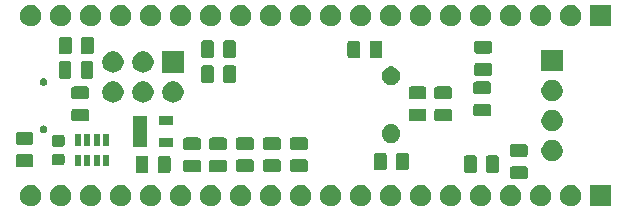
<source format=gbr>
G04 #@! TF.GenerationSoftware,KiCad,Pcbnew,5.1.6+dfsg1-1*
G04 #@! TF.CreationDate,2020-11-01T22:24:16+03:00*
G04 #@! TF.ProjectId,WhitePill,57686974-6550-4696-9c6c-2e6b69636164,rev?*
G04 #@! TF.SameCoordinates,Original*
G04 #@! TF.FileFunction,Soldermask,Bot*
G04 #@! TF.FilePolarity,Negative*
%FSLAX46Y46*%
G04 Gerber Fmt 4.6, Leading zero omitted, Abs format (unit mm)*
G04 Created by KiCad (PCBNEW 5.1.6+dfsg1-1) date 2020-11-01 22:24:16*
%MOMM*%
%LPD*%
G01*
G04 APERTURE LIST*
%ADD10C,0.100000*%
G04 APERTURE END LIST*
D10*
G36*
X151676000Y-108521000D02*
G01*
X149874000Y-108521000D01*
X149874000Y-106719000D01*
X151676000Y-106719000D01*
X151676000Y-108521000D01*
G37*
G36*
X105168512Y-106723927D02*
G01*
X105317812Y-106753624D01*
X105481784Y-106821544D01*
X105629354Y-106920147D01*
X105754853Y-107045646D01*
X105853456Y-107193216D01*
X105921376Y-107357188D01*
X105956000Y-107531259D01*
X105956000Y-107708741D01*
X105921376Y-107882812D01*
X105853456Y-108046784D01*
X105754853Y-108194354D01*
X105629354Y-108319853D01*
X105481784Y-108418456D01*
X105317812Y-108486376D01*
X105168512Y-108516073D01*
X105143742Y-108521000D01*
X104966258Y-108521000D01*
X104941488Y-108516073D01*
X104792188Y-108486376D01*
X104628216Y-108418456D01*
X104480646Y-108319853D01*
X104355147Y-108194354D01*
X104256544Y-108046784D01*
X104188624Y-107882812D01*
X104154000Y-107708741D01*
X104154000Y-107531259D01*
X104188624Y-107357188D01*
X104256544Y-107193216D01*
X104355147Y-107045646D01*
X104480646Y-106920147D01*
X104628216Y-106821544D01*
X104792188Y-106753624D01*
X104941488Y-106723927D01*
X104966258Y-106719000D01*
X105143742Y-106719000D01*
X105168512Y-106723927D01*
G37*
G36*
X128028512Y-106723927D02*
G01*
X128177812Y-106753624D01*
X128341784Y-106821544D01*
X128489354Y-106920147D01*
X128614853Y-107045646D01*
X128713456Y-107193216D01*
X128781376Y-107357188D01*
X128816000Y-107531259D01*
X128816000Y-107708741D01*
X128781376Y-107882812D01*
X128713456Y-108046784D01*
X128614853Y-108194354D01*
X128489354Y-108319853D01*
X128341784Y-108418456D01*
X128177812Y-108486376D01*
X128028512Y-108516073D01*
X128003742Y-108521000D01*
X127826258Y-108521000D01*
X127801488Y-108516073D01*
X127652188Y-108486376D01*
X127488216Y-108418456D01*
X127340646Y-108319853D01*
X127215147Y-108194354D01*
X127116544Y-108046784D01*
X127048624Y-107882812D01*
X127014000Y-107708741D01*
X127014000Y-107531259D01*
X127048624Y-107357188D01*
X127116544Y-107193216D01*
X127215147Y-107045646D01*
X127340646Y-106920147D01*
X127488216Y-106821544D01*
X127652188Y-106753624D01*
X127801488Y-106723927D01*
X127826258Y-106719000D01*
X128003742Y-106719000D01*
X128028512Y-106723927D01*
G37*
G36*
X125488512Y-106723927D02*
G01*
X125637812Y-106753624D01*
X125801784Y-106821544D01*
X125949354Y-106920147D01*
X126074853Y-107045646D01*
X126173456Y-107193216D01*
X126241376Y-107357188D01*
X126276000Y-107531259D01*
X126276000Y-107708741D01*
X126241376Y-107882812D01*
X126173456Y-108046784D01*
X126074853Y-108194354D01*
X125949354Y-108319853D01*
X125801784Y-108418456D01*
X125637812Y-108486376D01*
X125488512Y-108516073D01*
X125463742Y-108521000D01*
X125286258Y-108521000D01*
X125261488Y-108516073D01*
X125112188Y-108486376D01*
X124948216Y-108418456D01*
X124800646Y-108319853D01*
X124675147Y-108194354D01*
X124576544Y-108046784D01*
X124508624Y-107882812D01*
X124474000Y-107708741D01*
X124474000Y-107531259D01*
X124508624Y-107357188D01*
X124576544Y-107193216D01*
X124675147Y-107045646D01*
X124800646Y-106920147D01*
X124948216Y-106821544D01*
X125112188Y-106753624D01*
X125261488Y-106723927D01*
X125286258Y-106719000D01*
X125463742Y-106719000D01*
X125488512Y-106723927D01*
G37*
G36*
X122948512Y-106723927D02*
G01*
X123097812Y-106753624D01*
X123261784Y-106821544D01*
X123409354Y-106920147D01*
X123534853Y-107045646D01*
X123633456Y-107193216D01*
X123701376Y-107357188D01*
X123736000Y-107531259D01*
X123736000Y-107708741D01*
X123701376Y-107882812D01*
X123633456Y-108046784D01*
X123534853Y-108194354D01*
X123409354Y-108319853D01*
X123261784Y-108418456D01*
X123097812Y-108486376D01*
X122948512Y-108516073D01*
X122923742Y-108521000D01*
X122746258Y-108521000D01*
X122721488Y-108516073D01*
X122572188Y-108486376D01*
X122408216Y-108418456D01*
X122260646Y-108319853D01*
X122135147Y-108194354D01*
X122036544Y-108046784D01*
X121968624Y-107882812D01*
X121934000Y-107708741D01*
X121934000Y-107531259D01*
X121968624Y-107357188D01*
X122036544Y-107193216D01*
X122135147Y-107045646D01*
X122260646Y-106920147D01*
X122408216Y-106821544D01*
X122572188Y-106753624D01*
X122721488Y-106723927D01*
X122746258Y-106719000D01*
X122923742Y-106719000D01*
X122948512Y-106723927D01*
G37*
G36*
X120408512Y-106723927D02*
G01*
X120557812Y-106753624D01*
X120721784Y-106821544D01*
X120869354Y-106920147D01*
X120994853Y-107045646D01*
X121093456Y-107193216D01*
X121161376Y-107357188D01*
X121196000Y-107531259D01*
X121196000Y-107708741D01*
X121161376Y-107882812D01*
X121093456Y-108046784D01*
X120994853Y-108194354D01*
X120869354Y-108319853D01*
X120721784Y-108418456D01*
X120557812Y-108486376D01*
X120408512Y-108516073D01*
X120383742Y-108521000D01*
X120206258Y-108521000D01*
X120181488Y-108516073D01*
X120032188Y-108486376D01*
X119868216Y-108418456D01*
X119720646Y-108319853D01*
X119595147Y-108194354D01*
X119496544Y-108046784D01*
X119428624Y-107882812D01*
X119394000Y-107708741D01*
X119394000Y-107531259D01*
X119428624Y-107357188D01*
X119496544Y-107193216D01*
X119595147Y-107045646D01*
X119720646Y-106920147D01*
X119868216Y-106821544D01*
X120032188Y-106753624D01*
X120181488Y-106723927D01*
X120206258Y-106719000D01*
X120383742Y-106719000D01*
X120408512Y-106723927D01*
G37*
G36*
X117868512Y-106723927D02*
G01*
X118017812Y-106753624D01*
X118181784Y-106821544D01*
X118329354Y-106920147D01*
X118454853Y-107045646D01*
X118553456Y-107193216D01*
X118621376Y-107357188D01*
X118656000Y-107531259D01*
X118656000Y-107708741D01*
X118621376Y-107882812D01*
X118553456Y-108046784D01*
X118454853Y-108194354D01*
X118329354Y-108319853D01*
X118181784Y-108418456D01*
X118017812Y-108486376D01*
X117868512Y-108516073D01*
X117843742Y-108521000D01*
X117666258Y-108521000D01*
X117641488Y-108516073D01*
X117492188Y-108486376D01*
X117328216Y-108418456D01*
X117180646Y-108319853D01*
X117055147Y-108194354D01*
X116956544Y-108046784D01*
X116888624Y-107882812D01*
X116854000Y-107708741D01*
X116854000Y-107531259D01*
X116888624Y-107357188D01*
X116956544Y-107193216D01*
X117055147Y-107045646D01*
X117180646Y-106920147D01*
X117328216Y-106821544D01*
X117492188Y-106753624D01*
X117641488Y-106723927D01*
X117666258Y-106719000D01*
X117843742Y-106719000D01*
X117868512Y-106723927D01*
G37*
G36*
X115328512Y-106723927D02*
G01*
X115477812Y-106753624D01*
X115641784Y-106821544D01*
X115789354Y-106920147D01*
X115914853Y-107045646D01*
X116013456Y-107193216D01*
X116081376Y-107357188D01*
X116116000Y-107531259D01*
X116116000Y-107708741D01*
X116081376Y-107882812D01*
X116013456Y-108046784D01*
X115914853Y-108194354D01*
X115789354Y-108319853D01*
X115641784Y-108418456D01*
X115477812Y-108486376D01*
X115328512Y-108516073D01*
X115303742Y-108521000D01*
X115126258Y-108521000D01*
X115101488Y-108516073D01*
X114952188Y-108486376D01*
X114788216Y-108418456D01*
X114640646Y-108319853D01*
X114515147Y-108194354D01*
X114416544Y-108046784D01*
X114348624Y-107882812D01*
X114314000Y-107708741D01*
X114314000Y-107531259D01*
X114348624Y-107357188D01*
X114416544Y-107193216D01*
X114515147Y-107045646D01*
X114640646Y-106920147D01*
X114788216Y-106821544D01*
X114952188Y-106753624D01*
X115101488Y-106723927D01*
X115126258Y-106719000D01*
X115303742Y-106719000D01*
X115328512Y-106723927D01*
G37*
G36*
X112788512Y-106723927D02*
G01*
X112937812Y-106753624D01*
X113101784Y-106821544D01*
X113249354Y-106920147D01*
X113374853Y-107045646D01*
X113473456Y-107193216D01*
X113541376Y-107357188D01*
X113576000Y-107531259D01*
X113576000Y-107708741D01*
X113541376Y-107882812D01*
X113473456Y-108046784D01*
X113374853Y-108194354D01*
X113249354Y-108319853D01*
X113101784Y-108418456D01*
X112937812Y-108486376D01*
X112788512Y-108516073D01*
X112763742Y-108521000D01*
X112586258Y-108521000D01*
X112561488Y-108516073D01*
X112412188Y-108486376D01*
X112248216Y-108418456D01*
X112100646Y-108319853D01*
X111975147Y-108194354D01*
X111876544Y-108046784D01*
X111808624Y-107882812D01*
X111774000Y-107708741D01*
X111774000Y-107531259D01*
X111808624Y-107357188D01*
X111876544Y-107193216D01*
X111975147Y-107045646D01*
X112100646Y-106920147D01*
X112248216Y-106821544D01*
X112412188Y-106753624D01*
X112561488Y-106723927D01*
X112586258Y-106719000D01*
X112763742Y-106719000D01*
X112788512Y-106723927D01*
G37*
G36*
X110248512Y-106723927D02*
G01*
X110397812Y-106753624D01*
X110561784Y-106821544D01*
X110709354Y-106920147D01*
X110834853Y-107045646D01*
X110933456Y-107193216D01*
X111001376Y-107357188D01*
X111036000Y-107531259D01*
X111036000Y-107708741D01*
X111001376Y-107882812D01*
X110933456Y-108046784D01*
X110834853Y-108194354D01*
X110709354Y-108319853D01*
X110561784Y-108418456D01*
X110397812Y-108486376D01*
X110248512Y-108516073D01*
X110223742Y-108521000D01*
X110046258Y-108521000D01*
X110021488Y-108516073D01*
X109872188Y-108486376D01*
X109708216Y-108418456D01*
X109560646Y-108319853D01*
X109435147Y-108194354D01*
X109336544Y-108046784D01*
X109268624Y-107882812D01*
X109234000Y-107708741D01*
X109234000Y-107531259D01*
X109268624Y-107357188D01*
X109336544Y-107193216D01*
X109435147Y-107045646D01*
X109560646Y-106920147D01*
X109708216Y-106821544D01*
X109872188Y-106753624D01*
X110021488Y-106723927D01*
X110046258Y-106719000D01*
X110223742Y-106719000D01*
X110248512Y-106723927D01*
G37*
G36*
X107708512Y-106723927D02*
G01*
X107857812Y-106753624D01*
X108021784Y-106821544D01*
X108169354Y-106920147D01*
X108294853Y-107045646D01*
X108393456Y-107193216D01*
X108461376Y-107357188D01*
X108496000Y-107531259D01*
X108496000Y-107708741D01*
X108461376Y-107882812D01*
X108393456Y-108046784D01*
X108294853Y-108194354D01*
X108169354Y-108319853D01*
X108021784Y-108418456D01*
X107857812Y-108486376D01*
X107708512Y-108516073D01*
X107683742Y-108521000D01*
X107506258Y-108521000D01*
X107481488Y-108516073D01*
X107332188Y-108486376D01*
X107168216Y-108418456D01*
X107020646Y-108319853D01*
X106895147Y-108194354D01*
X106796544Y-108046784D01*
X106728624Y-107882812D01*
X106694000Y-107708741D01*
X106694000Y-107531259D01*
X106728624Y-107357188D01*
X106796544Y-107193216D01*
X106895147Y-107045646D01*
X107020646Y-106920147D01*
X107168216Y-106821544D01*
X107332188Y-106753624D01*
X107481488Y-106723927D01*
X107506258Y-106719000D01*
X107683742Y-106719000D01*
X107708512Y-106723927D01*
G37*
G36*
X130568512Y-106723927D02*
G01*
X130717812Y-106753624D01*
X130881784Y-106821544D01*
X131029354Y-106920147D01*
X131154853Y-107045646D01*
X131253456Y-107193216D01*
X131321376Y-107357188D01*
X131356000Y-107531259D01*
X131356000Y-107708741D01*
X131321376Y-107882812D01*
X131253456Y-108046784D01*
X131154853Y-108194354D01*
X131029354Y-108319853D01*
X130881784Y-108418456D01*
X130717812Y-108486376D01*
X130568512Y-108516073D01*
X130543742Y-108521000D01*
X130366258Y-108521000D01*
X130341488Y-108516073D01*
X130192188Y-108486376D01*
X130028216Y-108418456D01*
X129880646Y-108319853D01*
X129755147Y-108194354D01*
X129656544Y-108046784D01*
X129588624Y-107882812D01*
X129554000Y-107708741D01*
X129554000Y-107531259D01*
X129588624Y-107357188D01*
X129656544Y-107193216D01*
X129755147Y-107045646D01*
X129880646Y-106920147D01*
X130028216Y-106821544D01*
X130192188Y-106753624D01*
X130341488Y-106723927D01*
X130366258Y-106719000D01*
X130543742Y-106719000D01*
X130568512Y-106723927D01*
G37*
G36*
X102628512Y-106723927D02*
G01*
X102777812Y-106753624D01*
X102941784Y-106821544D01*
X103089354Y-106920147D01*
X103214853Y-107045646D01*
X103313456Y-107193216D01*
X103381376Y-107357188D01*
X103416000Y-107531259D01*
X103416000Y-107708741D01*
X103381376Y-107882812D01*
X103313456Y-108046784D01*
X103214853Y-108194354D01*
X103089354Y-108319853D01*
X102941784Y-108418456D01*
X102777812Y-108486376D01*
X102628512Y-108516073D01*
X102603742Y-108521000D01*
X102426258Y-108521000D01*
X102401488Y-108516073D01*
X102252188Y-108486376D01*
X102088216Y-108418456D01*
X101940646Y-108319853D01*
X101815147Y-108194354D01*
X101716544Y-108046784D01*
X101648624Y-107882812D01*
X101614000Y-107708741D01*
X101614000Y-107531259D01*
X101648624Y-107357188D01*
X101716544Y-107193216D01*
X101815147Y-107045646D01*
X101940646Y-106920147D01*
X102088216Y-106821544D01*
X102252188Y-106753624D01*
X102401488Y-106723927D01*
X102426258Y-106719000D01*
X102603742Y-106719000D01*
X102628512Y-106723927D01*
G37*
G36*
X148348512Y-106723927D02*
G01*
X148497812Y-106753624D01*
X148661784Y-106821544D01*
X148809354Y-106920147D01*
X148934853Y-107045646D01*
X149033456Y-107193216D01*
X149101376Y-107357188D01*
X149136000Y-107531259D01*
X149136000Y-107708741D01*
X149101376Y-107882812D01*
X149033456Y-108046784D01*
X148934853Y-108194354D01*
X148809354Y-108319853D01*
X148661784Y-108418456D01*
X148497812Y-108486376D01*
X148348512Y-108516073D01*
X148323742Y-108521000D01*
X148146258Y-108521000D01*
X148121488Y-108516073D01*
X147972188Y-108486376D01*
X147808216Y-108418456D01*
X147660646Y-108319853D01*
X147535147Y-108194354D01*
X147436544Y-108046784D01*
X147368624Y-107882812D01*
X147334000Y-107708741D01*
X147334000Y-107531259D01*
X147368624Y-107357188D01*
X147436544Y-107193216D01*
X147535147Y-107045646D01*
X147660646Y-106920147D01*
X147808216Y-106821544D01*
X147972188Y-106753624D01*
X148121488Y-106723927D01*
X148146258Y-106719000D01*
X148323742Y-106719000D01*
X148348512Y-106723927D01*
G37*
G36*
X145808512Y-106723927D02*
G01*
X145957812Y-106753624D01*
X146121784Y-106821544D01*
X146269354Y-106920147D01*
X146394853Y-107045646D01*
X146493456Y-107193216D01*
X146561376Y-107357188D01*
X146596000Y-107531259D01*
X146596000Y-107708741D01*
X146561376Y-107882812D01*
X146493456Y-108046784D01*
X146394853Y-108194354D01*
X146269354Y-108319853D01*
X146121784Y-108418456D01*
X145957812Y-108486376D01*
X145808512Y-108516073D01*
X145783742Y-108521000D01*
X145606258Y-108521000D01*
X145581488Y-108516073D01*
X145432188Y-108486376D01*
X145268216Y-108418456D01*
X145120646Y-108319853D01*
X144995147Y-108194354D01*
X144896544Y-108046784D01*
X144828624Y-107882812D01*
X144794000Y-107708741D01*
X144794000Y-107531259D01*
X144828624Y-107357188D01*
X144896544Y-107193216D01*
X144995147Y-107045646D01*
X145120646Y-106920147D01*
X145268216Y-106821544D01*
X145432188Y-106753624D01*
X145581488Y-106723927D01*
X145606258Y-106719000D01*
X145783742Y-106719000D01*
X145808512Y-106723927D01*
G37*
G36*
X143268512Y-106723927D02*
G01*
X143417812Y-106753624D01*
X143581784Y-106821544D01*
X143729354Y-106920147D01*
X143854853Y-107045646D01*
X143953456Y-107193216D01*
X144021376Y-107357188D01*
X144056000Y-107531259D01*
X144056000Y-107708741D01*
X144021376Y-107882812D01*
X143953456Y-108046784D01*
X143854853Y-108194354D01*
X143729354Y-108319853D01*
X143581784Y-108418456D01*
X143417812Y-108486376D01*
X143268512Y-108516073D01*
X143243742Y-108521000D01*
X143066258Y-108521000D01*
X143041488Y-108516073D01*
X142892188Y-108486376D01*
X142728216Y-108418456D01*
X142580646Y-108319853D01*
X142455147Y-108194354D01*
X142356544Y-108046784D01*
X142288624Y-107882812D01*
X142254000Y-107708741D01*
X142254000Y-107531259D01*
X142288624Y-107357188D01*
X142356544Y-107193216D01*
X142455147Y-107045646D01*
X142580646Y-106920147D01*
X142728216Y-106821544D01*
X142892188Y-106753624D01*
X143041488Y-106723927D01*
X143066258Y-106719000D01*
X143243742Y-106719000D01*
X143268512Y-106723927D01*
G37*
G36*
X138188512Y-106723927D02*
G01*
X138337812Y-106753624D01*
X138501784Y-106821544D01*
X138649354Y-106920147D01*
X138774853Y-107045646D01*
X138873456Y-107193216D01*
X138941376Y-107357188D01*
X138976000Y-107531259D01*
X138976000Y-107708741D01*
X138941376Y-107882812D01*
X138873456Y-108046784D01*
X138774853Y-108194354D01*
X138649354Y-108319853D01*
X138501784Y-108418456D01*
X138337812Y-108486376D01*
X138188512Y-108516073D01*
X138163742Y-108521000D01*
X137986258Y-108521000D01*
X137961488Y-108516073D01*
X137812188Y-108486376D01*
X137648216Y-108418456D01*
X137500646Y-108319853D01*
X137375147Y-108194354D01*
X137276544Y-108046784D01*
X137208624Y-107882812D01*
X137174000Y-107708741D01*
X137174000Y-107531259D01*
X137208624Y-107357188D01*
X137276544Y-107193216D01*
X137375147Y-107045646D01*
X137500646Y-106920147D01*
X137648216Y-106821544D01*
X137812188Y-106753624D01*
X137961488Y-106723927D01*
X137986258Y-106719000D01*
X138163742Y-106719000D01*
X138188512Y-106723927D01*
G37*
G36*
X135648512Y-106723927D02*
G01*
X135797812Y-106753624D01*
X135961784Y-106821544D01*
X136109354Y-106920147D01*
X136234853Y-107045646D01*
X136333456Y-107193216D01*
X136401376Y-107357188D01*
X136436000Y-107531259D01*
X136436000Y-107708741D01*
X136401376Y-107882812D01*
X136333456Y-108046784D01*
X136234853Y-108194354D01*
X136109354Y-108319853D01*
X135961784Y-108418456D01*
X135797812Y-108486376D01*
X135648512Y-108516073D01*
X135623742Y-108521000D01*
X135446258Y-108521000D01*
X135421488Y-108516073D01*
X135272188Y-108486376D01*
X135108216Y-108418456D01*
X134960646Y-108319853D01*
X134835147Y-108194354D01*
X134736544Y-108046784D01*
X134668624Y-107882812D01*
X134634000Y-107708741D01*
X134634000Y-107531259D01*
X134668624Y-107357188D01*
X134736544Y-107193216D01*
X134835147Y-107045646D01*
X134960646Y-106920147D01*
X135108216Y-106821544D01*
X135272188Y-106753624D01*
X135421488Y-106723927D01*
X135446258Y-106719000D01*
X135623742Y-106719000D01*
X135648512Y-106723927D01*
G37*
G36*
X133108512Y-106723927D02*
G01*
X133257812Y-106753624D01*
X133421784Y-106821544D01*
X133569354Y-106920147D01*
X133694853Y-107045646D01*
X133793456Y-107193216D01*
X133861376Y-107357188D01*
X133896000Y-107531259D01*
X133896000Y-107708741D01*
X133861376Y-107882812D01*
X133793456Y-108046784D01*
X133694853Y-108194354D01*
X133569354Y-108319853D01*
X133421784Y-108418456D01*
X133257812Y-108486376D01*
X133108512Y-108516073D01*
X133083742Y-108521000D01*
X132906258Y-108521000D01*
X132881488Y-108516073D01*
X132732188Y-108486376D01*
X132568216Y-108418456D01*
X132420646Y-108319853D01*
X132295147Y-108194354D01*
X132196544Y-108046784D01*
X132128624Y-107882812D01*
X132094000Y-107708741D01*
X132094000Y-107531259D01*
X132128624Y-107357188D01*
X132196544Y-107193216D01*
X132295147Y-107045646D01*
X132420646Y-106920147D01*
X132568216Y-106821544D01*
X132732188Y-106753624D01*
X132881488Y-106723927D01*
X132906258Y-106719000D01*
X133083742Y-106719000D01*
X133108512Y-106723927D01*
G37*
G36*
X140728512Y-106723927D02*
G01*
X140877812Y-106753624D01*
X141041784Y-106821544D01*
X141189354Y-106920147D01*
X141314853Y-107045646D01*
X141413456Y-107193216D01*
X141481376Y-107357188D01*
X141516000Y-107531259D01*
X141516000Y-107708741D01*
X141481376Y-107882812D01*
X141413456Y-108046784D01*
X141314853Y-108194354D01*
X141189354Y-108319853D01*
X141041784Y-108418456D01*
X140877812Y-108486376D01*
X140728512Y-108516073D01*
X140703742Y-108521000D01*
X140526258Y-108521000D01*
X140501488Y-108516073D01*
X140352188Y-108486376D01*
X140188216Y-108418456D01*
X140040646Y-108319853D01*
X139915147Y-108194354D01*
X139816544Y-108046784D01*
X139748624Y-107882812D01*
X139714000Y-107708741D01*
X139714000Y-107531259D01*
X139748624Y-107357188D01*
X139816544Y-107193216D01*
X139915147Y-107045646D01*
X140040646Y-106920147D01*
X140188216Y-106821544D01*
X140352188Y-106753624D01*
X140501488Y-106723927D01*
X140526258Y-106719000D01*
X140703742Y-106719000D01*
X140728512Y-106723927D01*
G37*
G36*
X144422128Y-105140705D02*
G01*
X144460798Y-105152436D01*
X144496437Y-105171486D01*
X144527677Y-105197123D01*
X144553314Y-105228363D01*
X144572364Y-105264002D01*
X144584095Y-105302672D01*
X144588660Y-105349028D01*
X144588660Y-106000252D01*
X144584095Y-106046608D01*
X144572364Y-106085278D01*
X144553314Y-106120917D01*
X144527677Y-106152157D01*
X144496437Y-106177794D01*
X144460798Y-106196844D01*
X144422128Y-106208575D01*
X144375772Y-106213140D01*
X143299548Y-106213140D01*
X143253192Y-106208575D01*
X143214522Y-106196844D01*
X143178883Y-106177794D01*
X143147643Y-106152157D01*
X143122006Y-106120917D01*
X143102956Y-106085278D01*
X143091225Y-106046608D01*
X143086660Y-106000252D01*
X143086660Y-105349028D01*
X143091225Y-105302672D01*
X143102956Y-105264002D01*
X143122006Y-105228363D01*
X143147643Y-105197123D01*
X143178883Y-105171486D01*
X143214522Y-105152436D01*
X143253192Y-105140705D01*
X143299548Y-105136140D01*
X144375772Y-105136140D01*
X144422128Y-105140705D01*
G37*
G36*
X112314368Y-104231765D02*
G01*
X112353038Y-104243496D01*
X112388677Y-104262546D01*
X112419917Y-104288183D01*
X112445554Y-104319423D01*
X112464604Y-104355062D01*
X112476335Y-104393732D01*
X112480900Y-104440088D01*
X112480900Y-105516312D01*
X112476335Y-105562668D01*
X112464604Y-105601338D01*
X112445554Y-105636977D01*
X112419917Y-105668217D01*
X112388677Y-105693854D01*
X112353038Y-105712904D01*
X112314368Y-105724635D01*
X112268012Y-105729200D01*
X111616788Y-105729200D01*
X111570432Y-105724635D01*
X111531762Y-105712904D01*
X111496123Y-105693854D01*
X111464883Y-105668217D01*
X111439246Y-105636977D01*
X111420196Y-105601338D01*
X111408465Y-105562668D01*
X111403900Y-105516312D01*
X111403900Y-104440088D01*
X111408465Y-104393732D01*
X111420196Y-104355062D01*
X111439246Y-104319423D01*
X111464883Y-104288183D01*
X111496123Y-104262546D01*
X111531762Y-104243496D01*
X111570432Y-104231765D01*
X111616788Y-104227200D01*
X112268012Y-104227200D01*
X112314368Y-104231765D01*
G37*
G36*
X114189368Y-104231765D02*
G01*
X114228038Y-104243496D01*
X114263677Y-104262546D01*
X114294917Y-104288183D01*
X114320554Y-104319423D01*
X114339604Y-104355062D01*
X114351335Y-104393732D01*
X114355900Y-104440088D01*
X114355900Y-105516312D01*
X114351335Y-105562668D01*
X114339604Y-105601338D01*
X114320554Y-105636977D01*
X114294917Y-105668217D01*
X114263677Y-105693854D01*
X114228038Y-105712904D01*
X114189368Y-105724635D01*
X114143012Y-105729200D01*
X113491788Y-105729200D01*
X113445432Y-105724635D01*
X113406762Y-105712904D01*
X113371123Y-105693854D01*
X113339883Y-105668217D01*
X113314246Y-105636977D01*
X113295196Y-105601338D01*
X113283465Y-105562668D01*
X113278900Y-105516312D01*
X113278900Y-104440088D01*
X113283465Y-104393732D01*
X113295196Y-104355062D01*
X113314246Y-104319423D01*
X113339883Y-104288183D01*
X113371123Y-104262546D01*
X113406762Y-104243496D01*
X113445432Y-104231765D01*
X113491788Y-104227200D01*
X114143012Y-104227200D01*
X114189368Y-104231765D01*
G37*
G36*
X140101968Y-104206365D02*
G01*
X140140638Y-104218096D01*
X140176277Y-104237146D01*
X140207517Y-104262783D01*
X140233154Y-104294023D01*
X140252204Y-104329662D01*
X140263935Y-104368332D01*
X140268500Y-104414688D01*
X140268500Y-105490912D01*
X140263935Y-105537268D01*
X140252204Y-105575938D01*
X140233154Y-105611577D01*
X140207517Y-105642817D01*
X140176277Y-105668454D01*
X140140638Y-105687504D01*
X140101968Y-105699235D01*
X140055612Y-105703800D01*
X139404388Y-105703800D01*
X139358032Y-105699235D01*
X139319362Y-105687504D01*
X139283723Y-105668454D01*
X139252483Y-105642817D01*
X139226846Y-105611577D01*
X139207796Y-105575938D01*
X139196065Y-105537268D01*
X139191500Y-105490912D01*
X139191500Y-104414688D01*
X139196065Y-104368332D01*
X139207796Y-104329662D01*
X139226846Y-104294023D01*
X139252483Y-104262783D01*
X139283723Y-104237146D01*
X139319362Y-104218096D01*
X139358032Y-104206365D01*
X139404388Y-104201800D01*
X140055612Y-104201800D01*
X140101968Y-104206365D01*
G37*
G36*
X141976968Y-104206365D02*
G01*
X142015638Y-104218096D01*
X142051277Y-104237146D01*
X142082517Y-104262783D01*
X142108154Y-104294023D01*
X142127204Y-104329662D01*
X142138935Y-104368332D01*
X142143500Y-104414688D01*
X142143500Y-105490912D01*
X142138935Y-105537268D01*
X142127204Y-105575938D01*
X142108154Y-105611577D01*
X142082517Y-105642817D01*
X142051277Y-105668454D01*
X142015638Y-105687504D01*
X141976968Y-105699235D01*
X141930612Y-105703800D01*
X141279388Y-105703800D01*
X141233032Y-105699235D01*
X141194362Y-105687504D01*
X141158723Y-105668454D01*
X141127483Y-105642817D01*
X141101846Y-105611577D01*
X141082796Y-105575938D01*
X141071065Y-105537268D01*
X141066500Y-105490912D01*
X141066500Y-104414688D01*
X141071065Y-104368332D01*
X141082796Y-104329662D01*
X141101846Y-104294023D01*
X141127483Y-104262783D01*
X141158723Y-104237146D01*
X141194362Y-104218096D01*
X141233032Y-104206365D01*
X141279388Y-104201800D01*
X141930612Y-104201800D01*
X141976968Y-104206365D01*
G37*
G36*
X118948468Y-104568965D02*
G01*
X118987138Y-104580696D01*
X119022777Y-104599746D01*
X119054017Y-104625383D01*
X119079654Y-104656623D01*
X119098704Y-104692262D01*
X119110435Y-104730932D01*
X119115000Y-104777288D01*
X119115000Y-105428512D01*
X119110435Y-105474868D01*
X119098704Y-105513538D01*
X119079654Y-105549177D01*
X119054017Y-105580417D01*
X119022777Y-105606054D01*
X118987138Y-105625104D01*
X118948468Y-105636835D01*
X118902112Y-105641400D01*
X117825888Y-105641400D01*
X117779532Y-105636835D01*
X117740862Y-105625104D01*
X117705223Y-105606054D01*
X117673983Y-105580417D01*
X117648346Y-105549177D01*
X117629296Y-105513538D01*
X117617565Y-105474868D01*
X117613000Y-105428512D01*
X117613000Y-104777288D01*
X117617565Y-104730932D01*
X117629296Y-104692262D01*
X117648346Y-104656623D01*
X117673983Y-104625383D01*
X117705223Y-104599746D01*
X117740862Y-104580696D01*
X117779532Y-104568965D01*
X117825888Y-104564400D01*
X118902112Y-104564400D01*
X118948468Y-104568965D01*
G37*
G36*
X116764068Y-104568965D02*
G01*
X116802738Y-104580696D01*
X116838377Y-104599746D01*
X116869617Y-104625383D01*
X116895254Y-104656623D01*
X116914304Y-104692262D01*
X116926035Y-104730932D01*
X116930600Y-104777288D01*
X116930600Y-105428512D01*
X116926035Y-105474868D01*
X116914304Y-105513538D01*
X116895254Y-105549177D01*
X116869617Y-105580417D01*
X116838377Y-105606054D01*
X116802738Y-105625104D01*
X116764068Y-105636835D01*
X116717712Y-105641400D01*
X115641488Y-105641400D01*
X115595132Y-105636835D01*
X115556462Y-105625104D01*
X115520823Y-105606054D01*
X115489583Y-105580417D01*
X115463946Y-105549177D01*
X115444896Y-105513538D01*
X115433165Y-105474868D01*
X115428600Y-105428512D01*
X115428600Y-104777288D01*
X115433165Y-104730932D01*
X115444896Y-104692262D01*
X115463946Y-104656623D01*
X115489583Y-104625383D01*
X115520823Y-104599746D01*
X115556462Y-104580696D01*
X115595132Y-104568965D01*
X115641488Y-104564400D01*
X116717712Y-104564400D01*
X116764068Y-104568965D01*
G37*
G36*
X121234468Y-104543565D02*
G01*
X121273138Y-104555296D01*
X121308777Y-104574346D01*
X121340017Y-104599983D01*
X121365654Y-104631223D01*
X121384704Y-104666862D01*
X121396435Y-104705532D01*
X121401000Y-104751888D01*
X121401000Y-105403112D01*
X121396435Y-105449468D01*
X121384704Y-105488138D01*
X121365654Y-105523777D01*
X121340017Y-105555017D01*
X121308777Y-105580654D01*
X121273138Y-105599704D01*
X121234468Y-105611435D01*
X121188112Y-105616000D01*
X120111888Y-105616000D01*
X120065532Y-105611435D01*
X120026862Y-105599704D01*
X119991223Y-105580654D01*
X119959983Y-105555017D01*
X119934346Y-105523777D01*
X119915296Y-105488138D01*
X119903565Y-105449468D01*
X119899000Y-105403112D01*
X119899000Y-104751888D01*
X119903565Y-104705532D01*
X119915296Y-104666862D01*
X119934346Y-104631223D01*
X119959983Y-104599983D01*
X119991223Y-104574346D01*
X120026862Y-104555296D01*
X120065532Y-104543565D01*
X120111888Y-104539000D01*
X121188112Y-104539000D01*
X121234468Y-104543565D01*
G37*
G36*
X123520468Y-104543565D02*
G01*
X123559138Y-104555296D01*
X123594777Y-104574346D01*
X123626017Y-104599983D01*
X123651654Y-104631223D01*
X123670704Y-104666862D01*
X123682435Y-104705532D01*
X123687000Y-104751888D01*
X123687000Y-105403112D01*
X123682435Y-105449468D01*
X123670704Y-105488138D01*
X123651654Y-105523777D01*
X123626017Y-105555017D01*
X123594777Y-105580654D01*
X123559138Y-105599704D01*
X123520468Y-105611435D01*
X123474112Y-105616000D01*
X122397888Y-105616000D01*
X122351532Y-105611435D01*
X122312862Y-105599704D01*
X122277223Y-105580654D01*
X122245983Y-105555017D01*
X122220346Y-105523777D01*
X122201296Y-105488138D01*
X122189565Y-105449468D01*
X122185000Y-105403112D01*
X122185000Y-104751888D01*
X122189565Y-104705532D01*
X122201296Y-104666862D01*
X122220346Y-104631223D01*
X122245983Y-104599983D01*
X122277223Y-104574346D01*
X122312862Y-104555296D01*
X122351532Y-104543565D01*
X122397888Y-104539000D01*
X123474112Y-104539000D01*
X123520468Y-104543565D01*
G37*
G36*
X125806468Y-104543565D02*
G01*
X125845138Y-104555296D01*
X125880777Y-104574346D01*
X125912017Y-104599983D01*
X125937654Y-104631223D01*
X125956704Y-104666862D01*
X125968435Y-104705532D01*
X125973000Y-104751888D01*
X125973000Y-105403112D01*
X125968435Y-105449468D01*
X125956704Y-105488138D01*
X125937654Y-105523777D01*
X125912017Y-105555017D01*
X125880777Y-105580654D01*
X125845138Y-105599704D01*
X125806468Y-105611435D01*
X125760112Y-105616000D01*
X124683888Y-105616000D01*
X124637532Y-105611435D01*
X124598862Y-105599704D01*
X124563223Y-105580654D01*
X124531983Y-105555017D01*
X124506346Y-105523777D01*
X124487296Y-105488138D01*
X124475565Y-105449468D01*
X124471000Y-105403112D01*
X124471000Y-104751888D01*
X124475565Y-104705532D01*
X124487296Y-104666862D01*
X124506346Y-104631223D01*
X124531983Y-104599983D01*
X124563223Y-104574346D01*
X124598862Y-104555296D01*
X124637532Y-104543565D01*
X124683888Y-104539000D01*
X125760112Y-104539000D01*
X125806468Y-104543565D01*
G37*
G36*
X132481968Y-103977765D02*
G01*
X132520638Y-103989496D01*
X132556277Y-104008546D01*
X132587517Y-104034183D01*
X132613154Y-104065423D01*
X132632204Y-104101062D01*
X132643935Y-104139732D01*
X132648500Y-104186088D01*
X132648500Y-105262312D01*
X132643935Y-105308668D01*
X132632204Y-105347338D01*
X132613154Y-105382977D01*
X132587517Y-105414217D01*
X132556277Y-105439854D01*
X132520638Y-105458904D01*
X132481968Y-105470635D01*
X132435612Y-105475200D01*
X131784388Y-105475200D01*
X131738032Y-105470635D01*
X131699362Y-105458904D01*
X131663723Y-105439854D01*
X131632483Y-105414217D01*
X131606846Y-105382977D01*
X131587796Y-105347338D01*
X131576065Y-105308668D01*
X131571500Y-105262312D01*
X131571500Y-104186088D01*
X131576065Y-104139732D01*
X131587796Y-104101062D01*
X131606846Y-104065423D01*
X131632483Y-104034183D01*
X131663723Y-104008546D01*
X131699362Y-103989496D01*
X131738032Y-103977765D01*
X131784388Y-103973200D01*
X132435612Y-103973200D01*
X132481968Y-103977765D01*
G37*
G36*
X134356968Y-103977765D02*
G01*
X134395638Y-103989496D01*
X134431277Y-104008546D01*
X134462517Y-104034183D01*
X134488154Y-104065423D01*
X134507204Y-104101062D01*
X134518935Y-104139732D01*
X134523500Y-104186088D01*
X134523500Y-105262312D01*
X134518935Y-105308668D01*
X134507204Y-105347338D01*
X134488154Y-105382977D01*
X134462517Y-105414217D01*
X134431277Y-105439854D01*
X134395638Y-105458904D01*
X134356968Y-105470635D01*
X134310612Y-105475200D01*
X133659388Y-105475200D01*
X133613032Y-105470635D01*
X133574362Y-105458904D01*
X133538723Y-105439854D01*
X133507483Y-105414217D01*
X133481846Y-105382977D01*
X133462796Y-105347338D01*
X133451065Y-105308668D01*
X133446500Y-105262312D01*
X133446500Y-104186088D01*
X133451065Y-104139732D01*
X133462796Y-104101062D01*
X133481846Y-104065423D01*
X133507483Y-104034183D01*
X133538723Y-104008546D01*
X133574362Y-103989496D01*
X133613032Y-103977765D01*
X133659388Y-103973200D01*
X134310612Y-103973200D01*
X134356968Y-103977765D01*
G37*
G36*
X102565468Y-104111765D02*
G01*
X102604138Y-104123496D01*
X102639777Y-104142546D01*
X102671017Y-104168183D01*
X102696653Y-104199421D01*
X102715704Y-104235062D01*
X102727435Y-104273732D01*
X102732000Y-104320088D01*
X102732000Y-104971312D01*
X102727435Y-105017668D01*
X102715704Y-105056338D01*
X102696654Y-105091977D01*
X102671017Y-105123217D01*
X102639777Y-105148854D01*
X102604138Y-105167904D01*
X102565468Y-105179635D01*
X102519112Y-105184200D01*
X101442888Y-105184200D01*
X101396532Y-105179635D01*
X101357862Y-105167904D01*
X101322223Y-105148854D01*
X101290983Y-105123217D01*
X101265346Y-105091977D01*
X101246296Y-105056338D01*
X101234565Y-105017668D01*
X101230000Y-104971312D01*
X101230000Y-104320088D01*
X101234565Y-104273732D01*
X101246296Y-104235062D01*
X101265347Y-104199421D01*
X101290983Y-104168183D01*
X101322223Y-104142546D01*
X101357862Y-104123496D01*
X101396532Y-104111765D01*
X101442888Y-104107200D01*
X102519112Y-104107200D01*
X102565468Y-104111765D01*
G37*
G36*
X106747000Y-105135400D02*
G01*
X106245000Y-105135400D01*
X106245000Y-104133400D01*
X106747000Y-104133400D01*
X106747000Y-105135400D01*
G37*
G36*
X108347000Y-105135400D02*
G01*
X107845000Y-105135400D01*
X107845000Y-104133400D01*
X108347000Y-104133400D01*
X108347000Y-105135400D01*
G37*
G36*
X107547000Y-105135400D02*
G01*
X107045000Y-105135400D01*
X107045000Y-104133400D01*
X107547000Y-104133400D01*
X107547000Y-105135400D01*
G37*
G36*
X109147000Y-105135400D02*
G01*
X108645000Y-105135400D01*
X108645000Y-104133400D01*
X109147000Y-104133400D01*
X109147000Y-105135400D01*
G37*
G36*
X105230791Y-104061985D02*
G01*
X105264769Y-104072293D01*
X105296090Y-104089034D01*
X105323539Y-104111561D01*
X105346066Y-104139010D01*
X105362807Y-104170331D01*
X105373115Y-104204309D01*
X105377200Y-104245790D01*
X105377200Y-104847010D01*
X105373115Y-104888491D01*
X105362807Y-104922469D01*
X105346066Y-104953790D01*
X105323539Y-104981239D01*
X105296090Y-105003766D01*
X105264769Y-105020507D01*
X105230791Y-105030815D01*
X105189310Y-105034900D01*
X104513090Y-105034900D01*
X104471609Y-105030815D01*
X104437631Y-105020507D01*
X104406310Y-105003766D01*
X104378861Y-104981239D01*
X104356334Y-104953790D01*
X104339593Y-104922469D01*
X104329285Y-104888491D01*
X104325200Y-104847010D01*
X104325200Y-104245790D01*
X104329285Y-104204309D01*
X104339593Y-104170331D01*
X104356334Y-104139010D01*
X104378861Y-104111561D01*
X104406310Y-104089034D01*
X104437631Y-104072293D01*
X104471609Y-104061985D01*
X104513090Y-104057900D01*
X105189310Y-104057900D01*
X105230791Y-104061985D01*
G37*
G36*
X146773112Y-102905727D02*
G01*
X146922412Y-102935424D01*
X147086384Y-103003344D01*
X147233954Y-103101947D01*
X147359453Y-103227446D01*
X147458056Y-103375016D01*
X147525976Y-103538988D01*
X147560600Y-103713059D01*
X147560600Y-103890541D01*
X147525976Y-104064612D01*
X147458056Y-104228584D01*
X147359453Y-104376154D01*
X147233954Y-104501653D01*
X147086384Y-104600256D01*
X146922412Y-104668176D01*
X146773112Y-104697873D01*
X146748342Y-104702800D01*
X146570858Y-104702800D01*
X146546088Y-104697873D01*
X146396788Y-104668176D01*
X146232816Y-104600256D01*
X146085246Y-104501653D01*
X145959747Y-104376154D01*
X145861144Y-104228584D01*
X145793224Y-104064612D01*
X145758600Y-103890541D01*
X145758600Y-103713059D01*
X145793224Y-103538988D01*
X145861144Y-103375016D01*
X145959747Y-103227446D01*
X146085246Y-103101947D01*
X146232816Y-103003344D01*
X146396788Y-102935424D01*
X146546088Y-102905727D01*
X146570858Y-102900800D01*
X146748342Y-102900800D01*
X146773112Y-102905727D01*
G37*
G36*
X144422128Y-103265705D02*
G01*
X144460798Y-103277436D01*
X144496437Y-103296486D01*
X144527677Y-103322123D01*
X144553314Y-103353363D01*
X144572364Y-103389002D01*
X144584095Y-103427672D01*
X144588660Y-103474028D01*
X144588660Y-104125252D01*
X144584095Y-104171608D01*
X144572364Y-104210278D01*
X144553314Y-104245917D01*
X144527677Y-104277157D01*
X144496437Y-104302794D01*
X144460798Y-104321844D01*
X144422128Y-104333575D01*
X144375772Y-104338140D01*
X143299548Y-104338140D01*
X143253192Y-104333575D01*
X143214522Y-104321844D01*
X143178883Y-104302794D01*
X143147643Y-104277157D01*
X143122006Y-104245917D01*
X143102956Y-104210278D01*
X143091225Y-104171608D01*
X143086660Y-104125252D01*
X143086660Y-103474028D01*
X143091225Y-103427672D01*
X143102956Y-103389002D01*
X143122006Y-103353363D01*
X143147643Y-103322123D01*
X143178883Y-103296486D01*
X143214522Y-103277436D01*
X143253192Y-103265705D01*
X143299548Y-103261140D01*
X144375772Y-103261140D01*
X144422128Y-103265705D01*
G37*
G36*
X116764068Y-102693965D02*
G01*
X116802738Y-102705696D01*
X116838377Y-102724746D01*
X116869617Y-102750383D01*
X116895254Y-102781623D01*
X116914304Y-102817262D01*
X116926035Y-102855932D01*
X116930600Y-102902288D01*
X116930600Y-103553512D01*
X116926035Y-103599868D01*
X116914304Y-103638538D01*
X116895254Y-103674177D01*
X116869617Y-103705417D01*
X116838377Y-103731054D01*
X116802738Y-103750104D01*
X116764068Y-103761835D01*
X116717712Y-103766400D01*
X115641488Y-103766400D01*
X115595132Y-103761835D01*
X115556462Y-103750104D01*
X115520823Y-103731054D01*
X115489583Y-103705417D01*
X115463946Y-103674177D01*
X115444896Y-103638538D01*
X115433165Y-103599868D01*
X115428600Y-103553512D01*
X115428600Y-102902288D01*
X115433165Y-102855932D01*
X115444896Y-102817262D01*
X115463946Y-102781623D01*
X115489583Y-102750383D01*
X115520823Y-102724746D01*
X115556462Y-102705696D01*
X115595132Y-102693965D01*
X115641488Y-102689400D01*
X116717712Y-102689400D01*
X116764068Y-102693965D01*
G37*
G36*
X118948468Y-102693965D02*
G01*
X118987138Y-102705696D01*
X119022777Y-102724746D01*
X119054017Y-102750383D01*
X119079654Y-102781623D01*
X119098704Y-102817262D01*
X119110435Y-102855932D01*
X119115000Y-102902288D01*
X119115000Y-103553512D01*
X119110435Y-103599868D01*
X119098704Y-103638538D01*
X119079654Y-103674177D01*
X119054017Y-103705417D01*
X119022777Y-103731054D01*
X118987138Y-103750104D01*
X118948468Y-103761835D01*
X118902112Y-103766400D01*
X117825888Y-103766400D01*
X117779532Y-103761835D01*
X117740862Y-103750104D01*
X117705223Y-103731054D01*
X117673983Y-103705417D01*
X117648346Y-103674177D01*
X117629296Y-103638538D01*
X117617565Y-103599868D01*
X117613000Y-103553512D01*
X117613000Y-102902288D01*
X117617565Y-102855932D01*
X117629296Y-102817262D01*
X117648346Y-102781623D01*
X117673983Y-102750383D01*
X117705223Y-102724746D01*
X117740862Y-102705696D01*
X117779532Y-102693965D01*
X117825888Y-102689400D01*
X118902112Y-102689400D01*
X118948468Y-102693965D01*
G37*
G36*
X125806468Y-102668565D02*
G01*
X125845138Y-102680296D01*
X125880777Y-102699346D01*
X125912017Y-102724983D01*
X125937654Y-102756223D01*
X125956704Y-102791862D01*
X125968435Y-102830532D01*
X125973000Y-102876888D01*
X125973000Y-103528112D01*
X125968435Y-103574468D01*
X125956704Y-103613138D01*
X125937654Y-103648777D01*
X125912017Y-103680017D01*
X125880777Y-103705654D01*
X125845138Y-103724704D01*
X125806468Y-103736435D01*
X125760112Y-103741000D01*
X124683888Y-103741000D01*
X124637532Y-103736435D01*
X124598862Y-103724704D01*
X124563223Y-103705654D01*
X124531983Y-103680017D01*
X124506346Y-103648777D01*
X124487296Y-103613138D01*
X124475565Y-103574468D01*
X124471000Y-103528112D01*
X124471000Y-102876888D01*
X124475565Y-102830532D01*
X124487296Y-102791862D01*
X124506346Y-102756223D01*
X124531983Y-102724983D01*
X124563223Y-102699346D01*
X124598862Y-102680296D01*
X124637532Y-102668565D01*
X124683888Y-102664000D01*
X125760112Y-102664000D01*
X125806468Y-102668565D01*
G37*
G36*
X123520468Y-102668565D02*
G01*
X123559138Y-102680296D01*
X123594777Y-102699346D01*
X123626017Y-102724983D01*
X123651654Y-102756223D01*
X123670704Y-102791862D01*
X123682435Y-102830532D01*
X123687000Y-102876888D01*
X123687000Y-103528112D01*
X123682435Y-103574468D01*
X123670704Y-103613138D01*
X123651654Y-103648777D01*
X123626017Y-103680017D01*
X123594777Y-103705654D01*
X123559138Y-103724704D01*
X123520468Y-103736435D01*
X123474112Y-103741000D01*
X122397888Y-103741000D01*
X122351532Y-103736435D01*
X122312862Y-103724704D01*
X122277223Y-103705654D01*
X122245983Y-103680017D01*
X122220346Y-103648777D01*
X122201296Y-103613138D01*
X122189565Y-103574468D01*
X122185000Y-103528112D01*
X122185000Y-102876888D01*
X122189565Y-102830532D01*
X122201296Y-102791862D01*
X122220346Y-102756223D01*
X122245983Y-102724983D01*
X122277223Y-102699346D01*
X122312862Y-102680296D01*
X122351532Y-102668565D01*
X122397888Y-102664000D01*
X123474112Y-102664000D01*
X123520468Y-102668565D01*
G37*
G36*
X121234468Y-102668565D02*
G01*
X121273138Y-102680296D01*
X121308777Y-102699346D01*
X121340017Y-102724983D01*
X121365654Y-102756223D01*
X121384704Y-102791862D01*
X121396435Y-102830532D01*
X121401000Y-102876888D01*
X121401000Y-103528112D01*
X121396435Y-103574468D01*
X121384704Y-103613138D01*
X121365654Y-103648777D01*
X121340017Y-103680017D01*
X121308777Y-103705654D01*
X121273138Y-103724704D01*
X121234468Y-103736435D01*
X121188112Y-103741000D01*
X120111888Y-103741000D01*
X120065532Y-103736435D01*
X120026862Y-103724704D01*
X119991223Y-103705654D01*
X119959983Y-103680017D01*
X119934346Y-103648777D01*
X119915296Y-103613138D01*
X119903565Y-103574468D01*
X119899000Y-103528112D01*
X119899000Y-102876888D01*
X119903565Y-102830532D01*
X119915296Y-102791862D01*
X119934346Y-102756223D01*
X119959983Y-102724983D01*
X119991223Y-102699346D01*
X120026862Y-102680296D01*
X120065532Y-102668565D01*
X120111888Y-102664000D01*
X121188112Y-102664000D01*
X121234468Y-102668565D01*
G37*
G36*
X114566400Y-103520400D02*
G01*
X113404400Y-103520400D01*
X113404400Y-102768400D01*
X114566400Y-102768400D01*
X114566400Y-103520400D01*
G37*
G36*
X112366400Y-103520400D02*
G01*
X111204400Y-103520400D01*
X111204400Y-100868400D01*
X112366400Y-100868400D01*
X112366400Y-103520400D01*
G37*
G36*
X105230791Y-102486985D02*
G01*
X105264769Y-102497293D01*
X105296090Y-102514034D01*
X105323539Y-102536561D01*
X105346066Y-102564010D01*
X105362807Y-102595331D01*
X105373115Y-102629309D01*
X105377200Y-102670790D01*
X105377200Y-103272010D01*
X105373115Y-103313491D01*
X105362807Y-103347469D01*
X105346066Y-103378790D01*
X105323539Y-103406239D01*
X105296090Y-103428766D01*
X105264769Y-103445507D01*
X105230791Y-103455815D01*
X105189310Y-103459900D01*
X104513090Y-103459900D01*
X104471609Y-103455815D01*
X104437631Y-103445507D01*
X104406310Y-103428766D01*
X104378861Y-103406239D01*
X104356334Y-103378790D01*
X104339593Y-103347469D01*
X104329285Y-103313491D01*
X104325200Y-103272010D01*
X104325200Y-102670790D01*
X104329285Y-102629309D01*
X104339593Y-102595331D01*
X104356334Y-102564010D01*
X104378861Y-102536561D01*
X104406310Y-102514034D01*
X104437631Y-102497293D01*
X104471609Y-102486985D01*
X104513090Y-102482900D01*
X105189310Y-102482900D01*
X105230791Y-102486985D01*
G37*
G36*
X109147000Y-103435400D02*
G01*
X108645000Y-103435400D01*
X108645000Y-102433400D01*
X109147000Y-102433400D01*
X109147000Y-103435400D01*
G37*
G36*
X108347000Y-103435400D02*
G01*
X107845000Y-103435400D01*
X107845000Y-102433400D01*
X108347000Y-102433400D01*
X108347000Y-103435400D01*
G37*
G36*
X107547000Y-103435400D02*
G01*
X107045000Y-103435400D01*
X107045000Y-102433400D01*
X107547000Y-102433400D01*
X107547000Y-103435400D01*
G37*
G36*
X106747000Y-103435400D02*
G01*
X106245000Y-103435400D01*
X106245000Y-102433400D01*
X106747000Y-102433400D01*
X106747000Y-103435400D01*
G37*
G36*
X102565468Y-102236765D02*
G01*
X102604138Y-102248496D01*
X102639777Y-102267546D01*
X102671017Y-102293183D01*
X102696654Y-102324423D01*
X102715704Y-102360062D01*
X102727435Y-102398732D01*
X102732000Y-102445088D01*
X102732000Y-103096312D01*
X102727435Y-103142668D01*
X102715704Y-103181338D01*
X102696654Y-103216977D01*
X102671017Y-103248217D01*
X102639777Y-103273854D01*
X102604138Y-103292904D01*
X102565468Y-103304635D01*
X102519112Y-103309200D01*
X101442888Y-103309200D01*
X101396532Y-103304635D01*
X101357862Y-103292904D01*
X101322223Y-103273854D01*
X101290983Y-103248217D01*
X101265346Y-103216977D01*
X101246296Y-103181338D01*
X101234565Y-103142668D01*
X101230000Y-103096312D01*
X101230000Y-102445088D01*
X101234565Y-102398732D01*
X101246296Y-102360062D01*
X101265346Y-102324423D01*
X101290983Y-102293183D01*
X101322223Y-102267546D01*
X101357862Y-102248496D01*
X101396532Y-102236765D01*
X101442888Y-102232200D01*
X102519112Y-102232200D01*
X102565468Y-102236765D01*
G37*
G36*
X133253442Y-101591781D02*
G01*
X133399214Y-101652162D01*
X133399216Y-101652163D01*
X133530408Y-101739822D01*
X133641978Y-101851392D01*
X133715651Y-101961653D01*
X133729638Y-101982586D01*
X133790019Y-102128358D01*
X133820800Y-102283107D01*
X133820800Y-102440893D01*
X133790019Y-102595642D01*
X133736542Y-102724746D01*
X133729637Y-102741416D01*
X133641978Y-102872608D01*
X133530408Y-102984178D01*
X133399216Y-103071837D01*
X133399215Y-103071838D01*
X133399214Y-103071838D01*
X133253442Y-103132219D01*
X133098693Y-103163000D01*
X132940907Y-103163000D01*
X132786158Y-103132219D01*
X132640386Y-103071838D01*
X132640385Y-103071838D01*
X132640384Y-103071837D01*
X132509192Y-102984178D01*
X132397622Y-102872608D01*
X132309963Y-102741416D01*
X132303058Y-102724746D01*
X132249581Y-102595642D01*
X132218800Y-102440893D01*
X132218800Y-102283107D01*
X132249581Y-102128358D01*
X132309962Y-101982586D01*
X132323949Y-101961653D01*
X132397622Y-101851392D01*
X132509192Y-101739822D01*
X132640384Y-101652163D01*
X132640386Y-101652162D01*
X132786158Y-101591781D01*
X132940907Y-101561000D01*
X133098693Y-101561000D01*
X133253442Y-101591781D01*
G37*
G36*
X103704091Y-101686528D02*
G01*
X103763420Y-101711103D01*
X103816810Y-101746777D01*
X103862223Y-101792190D01*
X103897897Y-101845580D01*
X103922472Y-101904909D01*
X103935000Y-101967892D01*
X103935000Y-102032108D01*
X103922472Y-102095091D01*
X103897897Y-102154420D01*
X103862223Y-102207810D01*
X103816810Y-102253223D01*
X103763420Y-102288897D01*
X103704091Y-102313472D01*
X103641108Y-102326000D01*
X103576892Y-102326000D01*
X103513909Y-102313472D01*
X103454580Y-102288897D01*
X103401190Y-102253223D01*
X103355777Y-102207810D01*
X103320103Y-102154420D01*
X103295528Y-102095091D01*
X103283000Y-102032108D01*
X103283000Y-101967892D01*
X103295528Y-101904909D01*
X103320103Y-101845580D01*
X103355777Y-101792190D01*
X103401190Y-101746777D01*
X103454580Y-101711103D01*
X103513909Y-101686528D01*
X103576892Y-101674000D01*
X103641108Y-101674000D01*
X103704091Y-101686528D01*
G37*
G36*
X146773112Y-100365727D02*
G01*
X146922412Y-100395424D01*
X147086384Y-100463344D01*
X147233954Y-100561947D01*
X147359453Y-100687446D01*
X147458056Y-100835016D01*
X147525976Y-100998988D01*
X147547396Y-101106678D01*
X147557380Y-101156868D01*
X147560600Y-101173059D01*
X147560600Y-101350541D01*
X147525976Y-101524612D01*
X147458056Y-101688584D01*
X147359453Y-101836154D01*
X147233954Y-101961653D01*
X147086384Y-102060256D01*
X146922412Y-102128176D01*
X146773112Y-102157873D01*
X146748342Y-102162800D01*
X146570858Y-102162800D01*
X146546088Y-102157873D01*
X146396788Y-102128176D01*
X146232816Y-102060256D01*
X146085246Y-101961653D01*
X145959747Y-101836154D01*
X145861144Y-101688584D01*
X145793224Y-101524612D01*
X145758600Y-101350541D01*
X145758600Y-101173059D01*
X145761821Y-101156868D01*
X145771804Y-101106678D01*
X145793224Y-100998988D01*
X145861144Y-100835016D01*
X145959747Y-100687446D01*
X146085246Y-100561947D01*
X146232816Y-100463344D01*
X146396788Y-100395424D01*
X146546088Y-100365727D01*
X146570858Y-100360800D01*
X146748342Y-100360800D01*
X146773112Y-100365727D01*
G37*
G36*
X114566400Y-101620400D02*
G01*
X113404400Y-101620400D01*
X113404400Y-100868400D01*
X114566400Y-100868400D01*
X114566400Y-101620400D01*
G37*
G36*
X107289868Y-100250965D02*
G01*
X107328538Y-100262696D01*
X107364177Y-100281746D01*
X107395417Y-100307383D01*
X107421054Y-100338623D01*
X107440104Y-100374262D01*
X107451835Y-100412932D01*
X107456400Y-100459288D01*
X107456400Y-101110512D01*
X107451835Y-101156868D01*
X107440104Y-101195538D01*
X107421054Y-101231177D01*
X107395417Y-101262417D01*
X107364177Y-101288054D01*
X107328538Y-101307104D01*
X107289868Y-101318835D01*
X107243512Y-101323400D01*
X106167288Y-101323400D01*
X106120932Y-101318835D01*
X106082262Y-101307104D01*
X106046623Y-101288054D01*
X106015383Y-101262417D01*
X105989746Y-101231177D01*
X105970696Y-101195538D01*
X105958965Y-101156868D01*
X105954400Y-101110512D01*
X105954400Y-100459288D01*
X105958965Y-100412932D01*
X105970696Y-100374262D01*
X105989746Y-100338623D01*
X106015383Y-100307383D01*
X106046623Y-100281746D01*
X106082262Y-100262696D01*
X106120932Y-100250965D01*
X106167288Y-100246400D01*
X107243512Y-100246400D01*
X107289868Y-100250965D01*
G37*
G36*
X135839468Y-100250965D02*
G01*
X135878138Y-100262696D01*
X135913777Y-100281746D01*
X135945017Y-100307383D01*
X135970654Y-100338623D01*
X135989704Y-100374262D01*
X136001435Y-100412932D01*
X136006000Y-100459288D01*
X136006000Y-101110512D01*
X136001435Y-101156868D01*
X135989704Y-101195538D01*
X135970654Y-101231177D01*
X135945017Y-101262417D01*
X135913777Y-101288054D01*
X135878138Y-101307104D01*
X135839468Y-101318835D01*
X135793112Y-101323400D01*
X134716888Y-101323400D01*
X134670532Y-101318835D01*
X134631862Y-101307104D01*
X134596223Y-101288054D01*
X134564983Y-101262417D01*
X134539346Y-101231177D01*
X134520296Y-101195538D01*
X134508565Y-101156868D01*
X134504000Y-101110512D01*
X134504000Y-100459288D01*
X134508565Y-100412932D01*
X134520296Y-100374262D01*
X134539346Y-100338623D01*
X134564983Y-100307383D01*
X134596223Y-100281746D01*
X134631862Y-100262696D01*
X134670532Y-100250965D01*
X134716888Y-100246400D01*
X135793112Y-100246400D01*
X135839468Y-100250965D01*
G37*
G36*
X138023868Y-100250965D02*
G01*
X138062538Y-100262696D01*
X138098177Y-100281746D01*
X138129417Y-100307383D01*
X138155054Y-100338623D01*
X138174104Y-100374262D01*
X138185835Y-100412932D01*
X138190400Y-100459288D01*
X138190400Y-101110512D01*
X138185835Y-101156868D01*
X138174104Y-101195538D01*
X138155054Y-101231177D01*
X138129417Y-101262417D01*
X138098177Y-101288054D01*
X138062538Y-101307104D01*
X138023868Y-101318835D01*
X137977512Y-101323400D01*
X136901288Y-101323400D01*
X136854932Y-101318835D01*
X136816262Y-101307104D01*
X136780623Y-101288054D01*
X136749383Y-101262417D01*
X136723746Y-101231177D01*
X136704696Y-101195538D01*
X136692965Y-101156868D01*
X136688400Y-101110512D01*
X136688400Y-100459288D01*
X136692965Y-100412932D01*
X136704696Y-100374262D01*
X136723746Y-100338623D01*
X136749383Y-100307383D01*
X136780623Y-100281746D01*
X136816262Y-100262696D01*
X136854932Y-100250965D01*
X136901288Y-100246400D01*
X137977512Y-100246400D01*
X138023868Y-100250965D01*
G37*
G36*
X141336028Y-99829085D02*
G01*
X141374698Y-99840816D01*
X141410337Y-99859866D01*
X141441577Y-99885503D01*
X141467214Y-99916743D01*
X141486264Y-99952382D01*
X141497995Y-99991052D01*
X141502560Y-100037408D01*
X141502560Y-100688632D01*
X141497995Y-100734988D01*
X141486264Y-100773658D01*
X141467214Y-100809297D01*
X141441577Y-100840537D01*
X141410337Y-100866174D01*
X141374698Y-100885224D01*
X141336028Y-100896955D01*
X141289672Y-100901520D01*
X140213448Y-100901520D01*
X140167092Y-100896955D01*
X140128422Y-100885224D01*
X140092783Y-100866174D01*
X140061543Y-100840537D01*
X140035906Y-100809297D01*
X140016856Y-100773658D01*
X140005125Y-100734988D01*
X140000560Y-100688632D01*
X140000560Y-100037408D01*
X140005125Y-99991052D01*
X140016856Y-99952382D01*
X140035906Y-99916743D01*
X140061543Y-99885503D01*
X140092783Y-99859866D01*
X140128422Y-99840816D01*
X140167092Y-99829085D01*
X140213448Y-99824520D01*
X141289672Y-99824520D01*
X141336028Y-99829085D01*
G37*
G36*
X112127512Y-97935327D02*
G01*
X112276812Y-97965024D01*
X112440784Y-98032944D01*
X112588354Y-98131547D01*
X112713853Y-98257046D01*
X112812456Y-98404616D01*
X112880376Y-98568588D01*
X112915000Y-98742659D01*
X112915000Y-98920141D01*
X112880376Y-99094212D01*
X112812456Y-99258184D01*
X112713853Y-99405754D01*
X112588354Y-99531253D01*
X112440784Y-99629856D01*
X112276812Y-99697776D01*
X112127512Y-99727473D01*
X112102742Y-99732400D01*
X111925258Y-99732400D01*
X111900488Y-99727473D01*
X111751188Y-99697776D01*
X111587216Y-99629856D01*
X111439646Y-99531253D01*
X111314147Y-99405754D01*
X111215544Y-99258184D01*
X111147624Y-99094212D01*
X111113000Y-98920141D01*
X111113000Y-98742659D01*
X111147624Y-98568588D01*
X111215544Y-98404616D01*
X111314147Y-98257046D01*
X111439646Y-98131547D01*
X111587216Y-98032944D01*
X111751188Y-97965024D01*
X111900488Y-97935327D01*
X111925258Y-97930400D01*
X112102742Y-97930400D01*
X112127512Y-97935327D01*
G37*
G36*
X114667512Y-97935327D02*
G01*
X114816812Y-97965024D01*
X114980784Y-98032944D01*
X115128354Y-98131547D01*
X115253853Y-98257046D01*
X115352456Y-98404616D01*
X115420376Y-98568588D01*
X115455000Y-98742659D01*
X115455000Y-98920141D01*
X115420376Y-99094212D01*
X115352456Y-99258184D01*
X115253853Y-99405754D01*
X115128354Y-99531253D01*
X114980784Y-99629856D01*
X114816812Y-99697776D01*
X114667512Y-99727473D01*
X114642742Y-99732400D01*
X114465258Y-99732400D01*
X114440488Y-99727473D01*
X114291188Y-99697776D01*
X114127216Y-99629856D01*
X113979646Y-99531253D01*
X113854147Y-99405754D01*
X113755544Y-99258184D01*
X113687624Y-99094212D01*
X113653000Y-98920141D01*
X113653000Y-98742659D01*
X113687624Y-98568588D01*
X113755544Y-98404616D01*
X113854147Y-98257046D01*
X113979646Y-98131547D01*
X114127216Y-98032944D01*
X114291188Y-97965024D01*
X114440488Y-97935327D01*
X114465258Y-97930400D01*
X114642742Y-97930400D01*
X114667512Y-97935327D01*
G37*
G36*
X109587512Y-97935327D02*
G01*
X109736812Y-97965024D01*
X109900784Y-98032944D01*
X110048354Y-98131547D01*
X110173853Y-98257046D01*
X110272456Y-98404616D01*
X110340376Y-98568588D01*
X110375000Y-98742659D01*
X110375000Y-98920141D01*
X110340376Y-99094212D01*
X110272456Y-99258184D01*
X110173853Y-99405754D01*
X110048354Y-99531253D01*
X109900784Y-99629856D01*
X109736812Y-99697776D01*
X109587512Y-99727473D01*
X109562742Y-99732400D01*
X109385258Y-99732400D01*
X109360488Y-99727473D01*
X109211188Y-99697776D01*
X109047216Y-99629856D01*
X108899646Y-99531253D01*
X108774147Y-99405754D01*
X108675544Y-99258184D01*
X108607624Y-99094212D01*
X108573000Y-98920141D01*
X108573000Y-98742659D01*
X108607624Y-98568588D01*
X108675544Y-98404616D01*
X108774147Y-98257046D01*
X108899646Y-98131547D01*
X109047216Y-98032944D01*
X109211188Y-97965024D01*
X109360488Y-97935327D01*
X109385258Y-97930400D01*
X109562742Y-97930400D01*
X109587512Y-97935327D01*
G37*
G36*
X146773112Y-97825727D02*
G01*
X146922412Y-97855424D01*
X147086384Y-97923344D01*
X147233954Y-98021947D01*
X147359453Y-98147446D01*
X147458056Y-98295016D01*
X147525976Y-98458988D01*
X147560600Y-98633059D01*
X147560600Y-98810541D01*
X147525976Y-98984612D01*
X147458056Y-99148584D01*
X147359453Y-99296154D01*
X147233954Y-99421653D01*
X147086384Y-99520256D01*
X146922412Y-99588176D01*
X146773112Y-99617873D01*
X146748342Y-99622800D01*
X146570858Y-99622800D01*
X146546088Y-99617873D01*
X146396788Y-99588176D01*
X146232816Y-99520256D01*
X146085246Y-99421653D01*
X145959747Y-99296154D01*
X145861144Y-99148584D01*
X145793224Y-98984612D01*
X145758600Y-98810541D01*
X145758600Y-98633059D01*
X145793224Y-98458988D01*
X145861144Y-98295016D01*
X145959747Y-98147446D01*
X146085246Y-98021947D01*
X146232816Y-97923344D01*
X146396788Y-97855424D01*
X146546088Y-97825727D01*
X146570858Y-97820800D01*
X146748342Y-97820800D01*
X146773112Y-97825727D01*
G37*
G36*
X138023868Y-98375965D02*
G01*
X138062538Y-98387696D01*
X138098177Y-98406746D01*
X138129417Y-98432383D01*
X138155054Y-98463623D01*
X138174104Y-98499262D01*
X138185835Y-98537932D01*
X138190400Y-98584288D01*
X138190400Y-99235512D01*
X138185835Y-99281868D01*
X138174104Y-99320538D01*
X138155054Y-99356177D01*
X138129417Y-99387417D01*
X138098177Y-99413054D01*
X138062538Y-99432104D01*
X138023868Y-99443835D01*
X137977512Y-99448400D01*
X136901288Y-99448400D01*
X136854932Y-99443835D01*
X136816262Y-99432104D01*
X136780623Y-99413054D01*
X136749383Y-99387417D01*
X136723746Y-99356177D01*
X136704696Y-99320538D01*
X136692965Y-99281868D01*
X136688400Y-99235512D01*
X136688400Y-98584288D01*
X136692965Y-98537932D01*
X136704696Y-98499262D01*
X136723746Y-98463623D01*
X136749383Y-98432383D01*
X136780623Y-98406746D01*
X136816262Y-98387696D01*
X136854932Y-98375965D01*
X136901288Y-98371400D01*
X137977512Y-98371400D01*
X138023868Y-98375965D01*
G37*
G36*
X135839468Y-98375965D02*
G01*
X135878138Y-98387696D01*
X135913777Y-98406746D01*
X135945017Y-98432383D01*
X135970654Y-98463623D01*
X135989704Y-98499262D01*
X136001435Y-98537932D01*
X136006000Y-98584288D01*
X136006000Y-99235512D01*
X136001435Y-99281868D01*
X135989704Y-99320538D01*
X135970654Y-99356177D01*
X135945017Y-99387417D01*
X135913777Y-99413054D01*
X135878138Y-99432104D01*
X135839468Y-99443835D01*
X135793112Y-99448400D01*
X134716888Y-99448400D01*
X134670532Y-99443835D01*
X134631862Y-99432104D01*
X134596223Y-99413054D01*
X134564983Y-99387417D01*
X134539346Y-99356177D01*
X134520296Y-99320538D01*
X134508565Y-99281868D01*
X134504000Y-99235512D01*
X134504000Y-98584288D01*
X134508565Y-98537932D01*
X134520296Y-98499262D01*
X134539346Y-98463623D01*
X134564983Y-98432383D01*
X134596223Y-98406746D01*
X134631862Y-98387696D01*
X134670532Y-98375965D01*
X134716888Y-98371400D01*
X135793112Y-98371400D01*
X135839468Y-98375965D01*
G37*
G36*
X107289868Y-98375965D02*
G01*
X107328538Y-98387696D01*
X107364177Y-98406746D01*
X107395417Y-98432383D01*
X107421054Y-98463623D01*
X107440104Y-98499262D01*
X107451835Y-98537932D01*
X107456400Y-98584288D01*
X107456400Y-99235512D01*
X107451835Y-99281868D01*
X107440104Y-99320538D01*
X107421054Y-99356177D01*
X107395417Y-99387417D01*
X107364177Y-99413054D01*
X107328538Y-99432104D01*
X107289868Y-99443835D01*
X107243512Y-99448400D01*
X106167288Y-99448400D01*
X106120932Y-99443835D01*
X106082262Y-99432104D01*
X106046623Y-99413054D01*
X106015383Y-99387417D01*
X105989746Y-99356177D01*
X105970696Y-99320538D01*
X105958965Y-99281868D01*
X105954400Y-99235512D01*
X105954400Y-98584288D01*
X105958965Y-98537932D01*
X105970696Y-98499262D01*
X105989746Y-98463623D01*
X106015383Y-98432383D01*
X106046623Y-98406746D01*
X106082262Y-98387696D01*
X106120932Y-98375965D01*
X106167288Y-98371400D01*
X107243512Y-98371400D01*
X107289868Y-98375965D01*
G37*
G36*
X141336028Y-97954085D02*
G01*
X141374698Y-97965816D01*
X141410337Y-97984866D01*
X141441577Y-98010503D01*
X141467214Y-98041743D01*
X141486264Y-98077382D01*
X141497995Y-98116052D01*
X141502560Y-98162408D01*
X141502560Y-98813632D01*
X141497995Y-98859988D01*
X141486264Y-98898658D01*
X141467214Y-98934297D01*
X141441577Y-98965537D01*
X141410337Y-98991174D01*
X141374698Y-99010224D01*
X141336028Y-99021955D01*
X141289672Y-99026520D01*
X140213448Y-99026520D01*
X140167092Y-99021955D01*
X140128422Y-99010224D01*
X140092783Y-98991174D01*
X140061543Y-98965537D01*
X140035906Y-98934297D01*
X140016856Y-98898658D01*
X140005125Y-98859988D01*
X140000560Y-98813632D01*
X140000560Y-98162408D01*
X140005125Y-98116052D01*
X140016856Y-98077382D01*
X140035906Y-98041743D01*
X140061543Y-98010503D01*
X140092783Y-97984866D01*
X140128422Y-97965816D01*
X140167092Y-97954085D01*
X140213448Y-97949520D01*
X141289672Y-97949520D01*
X141336028Y-97954085D01*
G37*
G36*
X103704091Y-97686528D02*
G01*
X103763420Y-97711103D01*
X103816810Y-97746777D01*
X103862223Y-97792190D01*
X103897897Y-97845580D01*
X103922472Y-97904909D01*
X103935000Y-97967892D01*
X103935000Y-98032108D01*
X103922472Y-98095091D01*
X103897897Y-98154420D01*
X103862223Y-98207810D01*
X103816810Y-98253223D01*
X103763420Y-98288897D01*
X103704091Y-98313472D01*
X103641108Y-98326000D01*
X103576892Y-98326000D01*
X103513909Y-98313472D01*
X103454580Y-98288897D01*
X103401190Y-98253223D01*
X103355777Y-98207810D01*
X103320103Y-98154420D01*
X103295528Y-98095091D01*
X103283000Y-98032108D01*
X103283000Y-97967892D01*
X103295528Y-97904909D01*
X103320103Y-97845580D01*
X103355777Y-97792190D01*
X103401190Y-97746777D01*
X103454580Y-97711103D01*
X103513909Y-97686528D01*
X103576892Y-97674000D01*
X103641108Y-97674000D01*
X103704091Y-97686528D01*
G37*
G36*
X133253442Y-96711781D02*
G01*
X133399214Y-96772162D01*
X133399216Y-96772163D01*
X133530408Y-96859822D01*
X133641978Y-96971392D01*
X133721132Y-97089856D01*
X133729638Y-97102586D01*
X133790019Y-97248358D01*
X133820800Y-97403107D01*
X133820800Y-97560893D01*
X133790019Y-97715642D01*
X133736196Y-97845581D01*
X133729637Y-97861416D01*
X133641978Y-97992608D01*
X133530408Y-98104178D01*
X133399216Y-98191837D01*
X133399215Y-98191838D01*
X133399214Y-98191838D01*
X133253442Y-98252219D01*
X133098693Y-98283000D01*
X132940907Y-98283000D01*
X132786158Y-98252219D01*
X132640386Y-98191838D01*
X132640385Y-98191838D01*
X132640384Y-98191837D01*
X132509192Y-98104178D01*
X132397622Y-97992608D01*
X132309963Y-97861416D01*
X132303404Y-97845581D01*
X132249581Y-97715642D01*
X132218800Y-97560893D01*
X132218800Y-97403107D01*
X132249581Y-97248358D01*
X132309962Y-97102586D01*
X132318468Y-97089856D01*
X132397622Y-96971392D01*
X132509192Y-96859822D01*
X132640384Y-96772163D01*
X132640386Y-96772162D01*
X132786158Y-96711781D01*
X132940907Y-96681000D01*
X133098693Y-96681000D01*
X133253442Y-96711781D01*
G37*
G36*
X117851568Y-96586365D02*
G01*
X117890238Y-96598096D01*
X117925877Y-96617146D01*
X117957117Y-96642783D01*
X117982754Y-96674023D01*
X118001804Y-96709662D01*
X118013535Y-96748332D01*
X118018100Y-96794688D01*
X118018100Y-97870912D01*
X118013535Y-97917268D01*
X118001804Y-97955938D01*
X117982754Y-97991577D01*
X117957117Y-98022817D01*
X117925877Y-98048454D01*
X117890238Y-98067504D01*
X117851568Y-98079235D01*
X117805212Y-98083800D01*
X117153988Y-98083800D01*
X117107632Y-98079235D01*
X117068962Y-98067504D01*
X117033323Y-98048454D01*
X117002083Y-98022817D01*
X116976446Y-97991577D01*
X116957396Y-97955938D01*
X116945665Y-97917268D01*
X116941100Y-97870912D01*
X116941100Y-96794688D01*
X116945665Y-96748332D01*
X116957396Y-96709662D01*
X116976446Y-96674023D01*
X117002083Y-96642783D01*
X117033323Y-96617146D01*
X117068962Y-96598096D01*
X117107632Y-96586365D01*
X117153988Y-96581800D01*
X117805212Y-96581800D01*
X117851568Y-96586365D01*
G37*
G36*
X119726568Y-96586365D02*
G01*
X119765238Y-96598096D01*
X119800877Y-96617146D01*
X119832117Y-96642783D01*
X119857754Y-96674023D01*
X119876804Y-96709662D01*
X119888535Y-96748332D01*
X119893100Y-96794688D01*
X119893100Y-97870912D01*
X119888535Y-97917268D01*
X119876804Y-97955938D01*
X119857754Y-97991577D01*
X119832117Y-98022817D01*
X119800877Y-98048454D01*
X119765238Y-98067504D01*
X119726568Y-98079235D01*
X119680212Y-98083800D01*
X119028988Y-98083800D01*
X118982632Y-98079235D01*
X118943962Y-98067504D01*
X118908323Y-98048454D01*
X118877083Y-98022817D01*
X118851446Y-97991577D01*
X118832396Y-97955938D01*
X118820665Y-97917268D01*
X118816100Y-97870912D01*
X118816100Y-96794688D01*
X118820665Y-96748332D01*
X118832396Y-96709662D01*
X118851446Y-96674023D01*
X118877083Y-96642783D01*
X118908323Y-96617146D01*
X118943962Y-96598096D01*
X118982632Y-96586365D01*
X119028988Y-96581800D01*
X119680212Y-96581800D01*
X119726568Y-96586365D01*
G37*
G36*
X105786568Y-96230765D02*
G01*
X105825238Y-96242496D01*
X105860877Y-96261546D01*
X105892117Y-96287183D01*
X105917754Y-96318423D01*
X105936804Y-96354062D01*
X105948535Y-96392732D01*
X105953100Y-96439088D01*
X105953100Y-97515312D01*
X105948535Y-97561668D01*
X105936804Y-97600338D01*
X105917754Y-97635977D01*
X105892117Y-97667217D01*
X105860877Y-97692854D01*
X105825238Y-97711904D01*
X105786568Y-97723635D01*
X105740212Y-97728200D01*
X105088988Y-97728200D01*
X105042632Y-97723635D01*
X105003962Y-97711904D01*
X104968323Y-97692854D01*
X104937083Y-97667217D01*
X104911446Y-97635977D01*
X104892396Y-97600338D01*
X104880665Y-97561668D01*
X104876100Y-97515312D01*
X104876100Y-96439088D01*
X104880665Y-96392732D01*
X104892396Y-96354062D01*
X104911446Y-96318423D01*
X104937083Y-96287183D01*
X104968323Y-96261546D01*
X105003962Y-96242496D01*
X105042632Y-96230765D01*
X105088988Y-96226200D01*
X105740212Y-96226200D01*
X105786568Y-96230765D01*
G37*
G36*
X107661568Y-96230765D02*
G01*
X107700238Y-96242496D01*
X107735877Y-96261546D01*
X107767117Y-96287183D01*
X107792754Y-96318423D01*
X107811804Y-96354062D01*
X107823535Y-96392732D01*
X107828100Y-96439088D01*
X107828100Y-97515312D01*
X107823535Y-97561668D01*
X107811804Y-97600338D01*
X107792754Y-97635977D01*
X107767117Y-97667217D01*
X107735877Y-97692854D01*
X107700238Y-97711904D01*
X107661568Y-97723635D01*
X107615212Y-97728200D01*
X106963988Y-97728200D01*
X106917632Y-97723635D01*
X106878962Y-97711904D01*
X106843323Y-97692854D01*
X106812083Y-97667217D01*
X106786446Y-97635977D01*
X106767396Y-97600338D01*
X106755665Y-97561668D01*
X106751100Y-97515312D01*
X106751100Y-96439088D01*
X106755665Y-96392732D01*
X106767396Y-96354062D01*
X106786446Y-96318423D01*
X106812083Y-96287183D01*
X106843323Y-96261546D01*
X106878962Y-96242496D01*
X106917632Y-96230765D01*
X106963988Y-96226200D01*
X107615212Y-96226200D01*
X107661568Y-96230765D01*
G37*
G36*
X141402068Y-96390165D02*
G01*
X141440738Y-96401896D01*
X141476377Y-96420946D01*
X141507617Y-96446583D01*
X141533254Y-96477823D01*
X141552304Y-96513462D01*
X141564035Y-96552132D01*
X141568600Y-96598488D01*
X141568600Y-97249712D01*
X141564035Y-97296068D01*
X141552304Y-97334738D01*
X141533254Y-97370377D01*
X141507617Y-97401617D01*
X141476377Y-97427254D01*
X141440738Y-97446304D01*
X141402068Y-97458035D01*
X141355712Y-97462600D01*
X140279488Y-97462600D01*
X140233132Y-97458035D01*
X140194462Y-97446304D01*
X140158823Y-97427254D01*
X140127583Y-97401617D01*
X140101946Y-97370377D01*
X140082896Y-97334738D01*
X140071165Y-97296068D01*
X140066600Y-97249712D01*
X140066600Y-96598488D01*
X140071165Y-96552132D01*
X140082896Y-96513462D01*
X140101946Y-96477823D01*
X140127583Y-96446583D01*
X140158823Y-96420946D01*
X140194462Y-96401896D01*
X140233132Y-96390165D01*
X140279488Y-96385600D01*
X141355712Y-96385600D01*
X141402068Y-96390165D01*
G37*
G36*
X109587512Y-95395327D02*
G01*
X109736812Y-95425024D01*
X109900784Y-95492944D01*
X110048354Y-95591547D01*
X110173853Y-95717046D01*
X110272456Y-95864616D01*
X110340376Y-96028588D01*
X110375000Y-96202659D01*
X110375000Y-96380141D01*
X110340376Y-96554212D01*
X110272456Y-96718184D01*
X110173853Y-96865754D01*
X110048354Y-96991253D01*
X109900784Y-97089856D01*
X109736812Y-97157776D01*
X109587512Y-97187473D01*
X109562742Y-97192400D01*
X109385258Y-97192400D01*
X109360488Y-97187473D01*
X109211188Y-97157776D01*
X109047216Y-97089856D01*
X108899646Y-96991253D01*
X108774147Y-96865754D01*
X108675544Y-96718184D01*
X108607624Y-96554212D01*
X108573000Y-96380141D01*
X108573000Y-96202659D01*
X108607624Y-96028588D01*
X108675544Y-95864616D01*
X108774147Y-95717046D01*
X108899646Y-95591547D01*
X109047216Y-95492944D01*
X109211188Y-95425024D01*
X109360488Y-95395327D01*
X109385258Y-95390400D01*
X109562742Y-95390400D01*
X109587512Y-95395327D01*
G37*
G36*
X112127512Y-95395327D02*
G01*
X112276812Y-95425024D01*
X112440784Y-95492944D01*
X112588354Y-95591547D01*
X112713853Y-95717046D01*
X112812456Y-95864616D01*
X112880376Y-96028588D01*
X112915000Y-96202659D01*
X112915000Y-96380141D01*
X112880376Y-96554212D01*
X112812456Y-96718184D01*
X112713853Y-96865754D01*
X112588354Y-96991253D01*
X112440784Y-97089856D01*
X112276812Y-97157776D01*
X112127512Y-97187473D01*
X112102742Y-97192400D01*
X111925258Y-97192400D01*
X111900488Y-97187473D01*
X111751188Y-97157776D01*
X111587216Y-97089856D01*
X111439646Y-96991253D01*
X111314147Y-96865754D01*
X111215544Y-96718184D01*
X111147624Y-96554212D01*
X111113000Y-96380141D01*
X111113000Y-96202659D01*
X111147624Y-96028588D01*
X111215544Y-95864616D01*
X111314147Y-95717046D01*
X111439646Y-95591547D01*
X111587216Y-95492944D01*
X111751188Y-95425024D01*
X111900488Y-95395327D01*
X111925258Y-95390400D01*
X112102742Y-95390400D01*
X112127512Y-95395327D01*
G37*
G36*
X115455000Y-97192400D02*
G01*
X113653000Y-97192400D01*
X113653000Y-95390400D01*
X115455000Y-95390400D01*
X115455000Y-97192400D01*
G37*
G36*
X147560600Y-97082800D02*
G01*
X145758600Y-97082800D01*
X145758600Y-95280800D01*
X147560600Y-95280800D01*
X147560600Y-97082800D01*
G37*
G36*
X132119468Y-94503565D02*
G01*
X132158138Y-94515296D01*
X132193777Y-94534346D01*
X132225017Y-94559983D01*
X132250654Y-94591223D01*
X132269704Y-94626862D01*
X132281435Y-94665532D01*
X132286000Y-94711888D01*
X132286000Y-95788112D01*
X132281435Y-95834468D01*
X132269704Y-95873138D01*
X132250654Y-95908777D01*
X132225017Y-95940017D01*
X132193777Y-95965654D01*
X132158138Y-95984704D01*
X132119468Y-95996435D01*
X132073112Y-96001000D01*
X131421888Y-96001000D01*
X131375532Y-95996435D01*
X131336862Y-95984704D01*
X131301223Y-95965654D01*
X131269983Y-95940017D01*
X131244346Y-95908777D01*
X131225296Y-95873138D01*
X131213565Y-95834468D01*
X131209000Y-95788112D01*
X131209000Y-94711888D01*
X131213565Y-94665532D01*
X131225296Y-94626862D01*
X131244346Y-94591223D01*
X131269983Y-94559983D01*
X131301223Y-94534346D01*
X131336862Y-94515296D01*
X131375532Y-94503565D01*
X131421888Y-94499000D01*
X132073112Y-94499000D01*
X132119468Y-94503565D01*
G37*
G36*
X130244468Y-94503565D02*
G01*
X130283138Y-94515296D01*
X130318777Y-94534346D01*
X130350017Y-94559983D01*
X130375654Y-94591223D01*
X130394704Y-94626862D01*
X130406435Y-94665532D01*
X130411000Y-94711888D01*
X130411000Y-95788112D01*
X130406435Y-95834468D01*
X130394704Y-95873138D01*
X130375654Y-95908777D01*
X130350017Y-95940017D01*
X130318777Y-95965654D01*
X130283138Y-95984704D01*
X130244468Y-95996435D01*
X130198112Y-96001000D01*
X129546888Y-96001000D01*
X129500532Y-95996435D01*
X129461862Y-95984704D01*
X129426223Y-95965654D01*
X129394983Y-95940017D01*
X129369346Y-95908777D01*
X129350296Y-95873138D01*
X129338565Y-95834468D01*
X129334000Y-95788112D01*
X129334000Y-94711888D01*
X129338565Y-94665532D01*
X129350296Y-94626862D01*
X129369346Y-94591223D01*
X129394983Y-94559983D01*
X129426223Y-94534346D01*
X129461862Y-94515296D01*
X129500532Y-94503565D01*
X129546888Y-94499000D01*
X130198112Y-94499000D01*
X130244468Y-94503565D01*
G37*
G36*
X119724268Y-94478165D02*
G01*
X119762938Y-94489896D01*
X119798577Y-94508946D01*
X119829817Y-94534583D01*
X119855454Y-94565823D01*
X119874504Y-94601462D01*
X119886235Y-94640132D01*
X119890800Y-94686488D01*
X119890800Y-95762712D01*
X119886235Y-95809068D01*
X119874504Y-95847738D01*
X119855454Y-95883377D01*
X119829817Y-95914617D01*
X119798577Y-95940254D01*
X119762938Y-95959304D01*
X119724268Y-95971035D01*
X119677912Y-95975600D01*
X119026688Y-95975600D01*
X118980332Y-95971035D01*
X118941662Y-95959304D01*
X118906023Y-95940254D01*
X118874783Y-95914617D01*
X118849146Y-95883377D01*
X118830096Y-95847738D01*
X118818365Y-95809068D01*
X118813800Y-95762712D01*
X118813800Y-94686488D01*
X118818365Y-94640132D01*
X118830096Y-94601462D01*
X118849146Y-94565823D01*
X118874783Y-94534583D01*
X118906023Y-94508946D01*
X118941662Y-94489896D01*
X118980332Y-94478165D01*
X119026688Y-94473600D01*
X119677912Y-94473600D01*
X119724268Y-94478165D01*
G37*
G36*
X117849268Y-94478165D02*
G01*
X117887938Y-94489896D01*
X117923577Y-94508946D01*
X117954817Y-94534583D01*
X117980454Y-94565823D01*
X117999504Y-94601462D01*
X118011235Y-94640132D01*
X118015800Y-94686488D01*
X118015800Y-95762712D01*
X118011235Y-95809068D01*
X117999504Y-95847738D01*
X117980454Y-95883377D01*
X117954817Y-95914617D01*
X117923577Y-95940254D01*
X117887938Y-95959304D01*
X117849268Y-95971035D01*
X117802912Y-95975600D01*
X117151688Y-95975600D01*
X117105332Y-95971035D01*
X117066662Y-95959304D01*
X117031023Y-95940254D01*
X116999783Y-95914617D01*
X116974146Y-95883377D01*
X116955096Y-95847738D01*
X116943365Y-95809068D01*
X116938800Y-95762712D01*
X116938800Y-94686488D01*
X116943365Y-94640132D01*
X116955096Y-94601462D01*
X116974146Y-94565823D01*
X116999783Y-94534583D01*
X117031023Y-94508946D01*
X117066662Y-94489896D01*
X117105332Y-94478165D01*
X117151688Y-94473600D01*
X117802912Y-94473600D01*
X117849268Y-94478165D01*
G37*
G36*
X107684668Y-94147965D02*
G01*
X107723338Y-94159696D01*
X107758977Y-94178746D01*
X107790217Y-94204383D01*
X107815854Y-94235623D01*
X107834904Y-94271262D01*
X107846635Y-94309932D01*
X107851200Y-94356288D01*
X107851200Y-95432512D01*
X107846635Y-95478868D01*
X107834904Y-95517538D01*
X107815854Y-95553177D01*
X107790217Y-95584417D01*
X107758977Y-95610054D01*
X107723338Y-95629104D01*
X107684668Y-95640835D01*
X107638312Y-95645400D01*
X106987088Y-95645400D01*
X106940732Y-95640835D01*
X106902062Y-95629104D01*
X106866423Y-95610054D01*
X106835183Y-95584417D01*
X106809546Y-95553177D01*
X106790496Y-95517538D01*
X106778765Y-95478868D01*
X106774200Y-95432512D01*
X106774200Y-94356288D01*
X106778765Y-94309932D01*
X106790496Y-94271262D01*
X106809546Y-94235623D01*
X106835183Y-94204383D01*
X106866423Y-94178746D01*
X106902062Y-94159696D01*
X106940732Y-94147965D01*
X106987088Y-94143400D01*
X107638312Y-94143400D01*
X107684668Y-94147965D01*
G37*
G36*
X105809668Y-94147965D02*
G01*
X105848338Y-94159696D01*
X105883977Y-94178746D01*
X105915217Y-94204383D01*
X105940854Y-94235623D01*
X105959904Y-94271262D01*
X105971635Y-94309932D01*
X105976200Y-94356288D01*
X105976200Y-95432512D01*
X105971635Y-95478868D01*
X105959904Y-95517538D01*
X105940854Y-95553177D01*
X105915217Y-95584417D01*
X105883977Y-95610054D01*
X105848338Y-95629104D01*
X105809668Y-95640835D01*
X105763312Y-95645400D01*
X105112088Y-95645400D01*
X105065732Y-95640835D01*
X105027062Y-95629104D01*
X104991423Y-95610054D01*
X104960183Y-95584417D01*
X104934546Y-95553177D01*
X104915496Y-95517538D01*
X104903765Y-95478868D01*
X104899200Y-95432512D01*
X104899200Y-94356288D01*
X104903765Y-94309932D01*
X104915496Y-94271262D01*
X104934546Y-94235623D01*
X104960183Y-94204383D01*
X104991423Y-94178746D01*
X105027062Y-94159696D01*
X105065732Y-94147965D01*
X105112088Y-94143400D01*
X105763312Y-94143400D01*
X105809668Y-94147965D01*
G37*
G36*
X141402068Y-94515165D02*
G01*
X141440738Y-94526896D01*
X141476377Y-94545946D01*
X141507617Y-94571583D01*
X141533254Y-94602823D01*
X141552304Y-94638462D01*
X141564035Y-94677132D01*
X141568600Y-94723488D01*
X141568600Y-95374712D01*
X141564035Y-95421068D01*
X141552304Y-95459738D01*
X141533254Y-95495377D01*
X141507617Y-95526617D01*
X141476377Y-95552254D01*
X141440738Y-95571304D01*
X141402068Y-95583035D01*
X141355712Y-95587600D01*
X140279488Y-95587600D01*
X140233132Y-95583035D01*
X140194462Y-95571304D01*
X140158823Y-95552254D01*
X140127583Y-95526617D01*
X140101946Y-95495377D01*
X140082896Y-95459738D01*
X140071165Y-95421068D01*
X140066600Y-95374712D01*
X140066600Y-94723488D01*
X140071165Y-94677132D01*
X140082896Y-94638462D01*
X140101946Y-94602823D01*
X140127583Y-94571583D01*
X140158823Y-94545946D01*
X140194462Y-94526896D01*
X140233132Y-94515165D01*
X140279488Y-94510600D01*
X141355712Y-94510600D01*
X141402068Y-94515165D01*
G37*
G36*
X145808512Y-91483927D02*
G01*
X145957812Y-91513624D01*
X146121784Y-91581544D01*
X146269354Y-91680147D01*
X146394853Y-91805646D01*
X146493456Y-91953216D01*
X146561376Y-92117188D01*
X146596000Y-92291259D01*
X146596000Y-92468741D01*
X146561376Y-92642812D01*
X146493456Y-92806784D01*
X146394853Y-92954354D01*
X146269354Y-93079853D01*
X146121784Y-93178456D01*
X145957812Y-93246376D01*
X145808512Y-93276073D01*
X145783742Y-93281000D01*
X145606258Y-93281000D01*
X145581488Y-93276073D01*
X145432188Y-93246376D01*
X145268216Y-93178456D01*
X145120646Y-93079853D01*
X144995147Y-92954354D01*
X144896544Y-92806784D01*
X144828624Y-92642812D01*
X144794000Y-92468741D01*
X144794000Y-92291259D01*
X144828624Y-92117188D01*
X144896544Y-91953216D01*
X144995147Y-91805646D01*
X145120646Y-91680147D01*
X145268216Y-91581544D01*
X145432188Y-91513624D01*
X145581488Y-91483927D01*
X145606258Y-91479000D01*
X145783742Y-91479000D01*
X145808512Y-91483927D01*
G37*
G36*
X148348512Y-91483927D02*
G01*
X148497812Y-91513624D01*
X148661784Y-91581544D01*
X148809354Y-91680147D01*
X148934853Y-91805646D01*
X149033456Y-91953216D01*
X149101376Y-92117188D01*
X149136000Y-92291259D01*
X149136000Y-92468741D01*
X149101376Y-92642812D01*
X149033456Y-92806784D01*
X148934853Y-92954354D01*
X148809354Y-93079853D01*
X148661784Y-93178456D01*
X148497812Y-93246376D01*
X148348512Y-93276073D01*
X148323742Y-93281000D01*
X148146258Y-93281000D01*
X148121488Y-93276073D01*
X147972188Y-93246376D01*
X147808216Y-93178456D01*
X147660646Y-93079853D01*
X147535147Y-92954354D01*
X147436544Y-92806784D01*
X147368624Y-92642812D01*
X147334000Y-92468741D01*
X147334000Y-92291259D01*
X147368624Y-92117188D01*
X147436544Y-91953216D01*
X147535147Y-91805646D01*
X147660646Y-91680147D01*
X147808216Y-91581544D01*
X147972188Y-91513624D01*
X148121488Y-91483927D01*
X148146258Y-91479000D01*
X148323742Y-91479000D01*
X148348512Y-91483927D01*
G37*
G36*
X151676000Y-93281000D02*
G01*
X149874000Y-93281000D01*
X149874000Y-91479000D01*
X151676000Y-91479000D01*
X151676000Y-93281000D01*
G37*
G36*
X138188512Y-91483927D02*
G01*
X138337812Y-91513624D01*
X138501784Y-91581544D01*
X138649354Y-91680147D01*
X138774853Y-91805646D01*
X138873456Y-91953216D01*
X138941376Y-92117188D01*
X138976000Y-92291259D01*
X138976000Y-92468741D01*
X138941376Y-92642812D01*
X138873456Y-92806784D01*
X138774853Y-92954354D01*
X138649354Y-93079853D01*
X138501784Y-93178456D01*
X138337812Y-93246376D01*
X138188512Y-93276073D01*
X138163742Y-93281000D01*
X137986258Y-93281000D01*
X137961488Y-93276073D01*
X137812188Y-93246376D01*
X137648216Y-93178456D01*
X137500646Y-93079853D01*
X137375147Y-92954354D01*
X137276544Y-92806784D01*
X137208624Y-92642812D01*
X137174000Y-92468741D01*
X137174000Y-92291259D01*
X137208624Y-92117188D01*
X137276544Y-91953216D01*
X137375147Y-91805646D01*
X137500646Y-91680147D01*
X137648216Y-91581544D01*
X137812188Y-91513624D01*
X137961488Y-91483927D01*
X137986258Y-91479000D01*
X138163742Y-91479000D01*
X138188512Y-91483927D01*
G37*
G36*
X102628512Y-91483927D02*
G01*
X102777812Y-91513624D01*
X102941784Y-91581544D01*
X103089354Y-91680147D01*
X103214853Y-91805646D01*
X103313456Y-91953216D01*
X103381376Y-92117188D01*
X103416000Y-92291259D01*
X103416000Y-92468741D01*
X103381376Y-92642812D01*
X103313456Y-92806784D01*
X103214853Y-92954354D01*
X103089354Y-93079853D01*
X102941784Y-93178456D01*
X102777812Y-93246376D01*
X102628512Y-93276073D01*
X102603742Y-93281000D01*
X102426258Y-93281000D01*
X102401488Y-93276073D01*
X102252188Y-93246376D01*
X102088216Y-93178456D01*
X101940646Y-93079853D01*
X101815147Y-92954354D01*
X101716544Y-92806784D01*
X101648624Y-92642812D01*
X101614000Y-92468741D01*
X101614000Y-92291259D01*
X101648624Y-92117188D01*
X101716544Y-91953216D01*
X101815147Y-91805646D01*
X101940646Y-91680147D01*
X102088216Y-91581544D01*
X102252188Y-91513624D01*
X102401488Y-91483927D01*
X102426258Y-91479000D01*
X102603742Y-91479000D01*
X102628512Y-91483927D01*
G37*
G36*
X105168512Y-91483927D02*
G01*
X105317812Y-91513624D01*
X105481784Y-91581544D01*
X105629354Y-91680147D01*
X105754853Y-91805646D01*
X105853456Y-91953216D01*
X105921376Y-92117188D01*
X105956000Y-92291259D01*
X105956000Y-92468741D01*
X105921376Y-92642812D01*
X105853456Y-92806784D01*
X105754853Y-92954354D01*
X105629354Y-93079853D01*
X105481784Y-93178456D01*
X105317812Y-93246376D01*
X105168512Y-93276073D01*
X105143742Y-93281000D01*
X104966258Y-93281000D01*
X104941488Y-93276073D01*
X104792188Y-93246376D01*
X104628216Y-93178456D01*
X104480646Y-93079853D01*
X104355147Y-92954354D01*
X104256544Y-92806784D01*
X104188624Y-92642812D01*
X104154000Y-92468741D01*
X104154000Y-92291259D01*
X104188624Y-92117188D01*
X104256544Y-91953216D01*
X104355147Y-91805646D01*
X104480646Y-91680147D01*
X104628216Y-91581544D01*
X104792188Y-91513624D01*
X104941488Y-91483927D01*
X104966258Y-91479000D01*
X105143742Y-91479000D01*
X105168512Y-91483927D01*
G37*
G36*
X107708512Y-91483927D02*
G01*
X107857812Y-91513624D01*
X108021784Y-91581544D01*
X108169354Y-91680147D01*
X108294853Y-91805646D01*
X108393456Y-91953216D01*
X108461376Y-92117188D01*
X108496000Y-92291259D01*
X108496000Y-92468741D01*
X108461376Y-92642812D01*
X108393456Y-92806784D01*
X108294853Y-92954354D01*
X108169354Y-93079853D01*
X108021784Y-93178456D01*
X107857812Y-93246376D01*
X107708512Y-93276073D01*
X107683742Y-93281000D01*
X107506258Y-93281000D01*
X107481488Y-93276073D01*
X107332188Y-93246376D01*
X107168216Y-93178456D01*
X107020646Y-93079853D01*
X106895147Y-92954354D01*
X106796544Y-92806784D01*
X106728624Y-92642812D01*
X106694000Y-92468741D01*
X106694000Y-92291259D01*
X106728624Y-92117188D01*
X106796544Y-91953216D01*
X106895147Y-91805646D01*
X107020646Y-91680147D01*
X107168216Y-91581544D01*
X107332188Y-91513624D01*
X107481488Y-91483927D01*
X107506258Y-91479000D01*
X107683742Y-91479000D01*
X107708512Y-91483927D01*
G37*
G36*
X110248512Y-91483927D02*
G01*
X110397812Y-91513624D01*
X110561784Y-91581544D01*
X110709354Y-91680147D01*
X110834853Y-91805646D01*
X110933456Y-91953216D01*
X111001376Y-92117188D01*
X111036000Y-92291259D01*
X111036000Y-92468741D01*
X111001376Y-92642812D01*
X110933456Y-92806784D01*
X110834853Y-92954354D01*
X110709354Y-93079853D01*
X110561784Y-93178456D01*
X110397812Y-93246376D01*
X110248512Y-93276073D01*
X110223742Y-93281000D01*
X110046258Y-93281000D01*
X110021488Y-93276073D01*
X109872188Y-93246376D01*
X109708216Y-93178456D01*
X109560646Y-93079853D01*
X109435147Y-92954354D01*
X109336544Y-92806784D01*
X109268624Y-92642812D01*
X109234000Y-92468741D01*
X109234000Y-92291259D01*
X109268624Y-92117188D01*
X109336544Y-91953216D01*
X109435147Y-91805646D01*
X109560646Y-91680147D01*
X109708216Y-91581544D01*
X109872188Y-91513624D01*
X110021488Y-91483927D01*
X110046258Y-91479000D01*
X110223742Y-91479000D01*
X110248512Y-91483927D01*
G37*
G36*
X112788512Y-91483927D02*
G01*
X112937812Y-91513624D01*
X113101784Y-91581544D01*
X113249354Y-91680147D01*
X113374853Y-91805646D01*
X113473456Y-91953216D01*
X113541376Y-92117188D01*
X113576000Y-92291259D01*
X113576000Y-92468741D01*
X113541376Y-92642812D01*
X113473456Y-92806784D01*
X113374853Y-92954354D01*
X113249354Y-93079853D01*
X113101784Y-93178456D01*
X112937812Y-93246376D01*
X112788512Y-93276073D01*
X112763742Y-93281000D01*
X112586258Y-93281000D01*
X112561488Y-93276073D01*
X112412188Y-93246376D01*
X112248216Y-93178456D01*
X112100646Y-93079853D01*
X111975147Y-92954354D01*
X111876544Y-92806784D01*
X111808624Y-92642812D01*
X111774000Y-92468741D01*
X111774000Y-92291259D01*
X111808624Y-92117188D01*
X111876544Y-91953216D01*
X111975147Y-91805646D01*
X112100646Y-91680147D01*
X112248216Y-91581544D01*
X112412188Y-91513624D01*
X112561488Y-91483927D01*
X112586258Y-91479000D01*
X112763742Y-91479000D01*
X112788512Y-91483927D01*
G37*
G36*
X115328512Y-91483927D02*
G01*
X115477812Y-91513624D01*
X115641784Y-91581544D01*
X115789354Y-91680147D01*
X115914853Y-91805646D01*
X116013456Y-91953216D01*
X116081376Y-92117188D01*
X116116000Y-92291259D01*
X116116000Y-92468741D01*
X116081376Y-92642812D01*
X116013456Y-92806784D01*
X115914853Y-92954354D01*
X115789354Y-93079853D01*
X115641784Y-93178456D01*
X115477812Y-93246376D01*
X115328512Y-93276073D01*
X115303742Y-93281000D01*
X115126258Y-93281000D01*
X115101488Y-93276073D01*
X114952188Y-93246376D01*
X114788216Y-93178456D01*
X114640646Y-93079853D01*
X114515147Y-92954354D01*
X114416544Y-92806784D01*
X114348624Y-92642812D01*
X114314000Y-92468741D01*
X114314000Y-92291259D01*
X114348624Y-92117188D01*
X114416544Y-91953216D01*
X114515147Y-91805646D01*
X114640646Y-91680147D01*
X114788216Y-91581544D01*
X114952188Y-91513624D01*
X115101488Y-91483927D01*
X115126258Y-91479000D01*
X115303742Y-91479000D01*
X115328512Y-91483927D01*
G37*
G36*
X117868512Y-91483927D02*
G01*
X118017812Y-91513624D01*
X118181784Y-91581544D01*
X118329354Y-91680147D01*
X118454853Y-91805646D01*
X118553456Y-91953216D01*
X118621376Y-92117188D01*
X118656000Y-92291259D01*
X118656000Y-92468741D01*
X118621376Y-92642812D01*
X118553456Y-92806784D01*
X118454853Y-92954354D01*
X118329354Y-93079853D01*
X118181784Y-93178456D01*
X118017812Y-93246376D01*
X117868512Y-93276073D01*
X117843742Y-93281000D01*
X117666258Y-93281000D01*
X117641488Y-93276073D01*
X117492188Y-93246376D01*
X117328216Y-93178456D01*
X117180646Y-93079853D01*
X117055147Y-92954354D01*
X116956544Y-92806784D01*
X116888624Y-92642812D01*
X116854000Y-92468741D01*
X116854000Y-92291259D01*
X116888624Y-92117188D01*
X116956544Y-91953216D01*
X117055147Y-91805646D01*
X117180646Y-91680147D01*
X117328216Y-91581544D01*
X117492188Y-91513624D01*
X117641488Y-91483927D01*
X117666258Y-91479000D01*
X117843742Y-91479000D01*
X117868512Y-91483927D01*
G37*
G36*
X120408512Y-91483927D02*
G01*
X120557812Y-91513624D01*
X120721784Y-91581544D01*
X120869354Y-91680147D01*
X120994853Y-91805646D01*
X121093456Y-91953216D01*
X121161376Y-92117188D01*
X121196000Y-92291259D01*
X121196000Y-92468741D01*
X121161376Y-92642812D01*
X121093456Y-92806784D01*
X120994853Y-92954354D01*
X120869354Y-93079853D01*
X120721784Y-93178456D01*
X120557812Y-93246376D01*
X120408512Y-93276073D01*
X120383742Y-93281000D01*
X120206258Y-93281000D01*
X120181488Y-93276073D01*
X120032188Y-93246376D01*
X119868216Y-93178456D01*
X119720646Y-93079853D01*
X119595147Y-92954354D01*
X119496544Y-92806784D01*
X119428624Y-92642812D01*
X119394000Y-92468741D01*
X119394000Y-92291259D01*
X119428624Y-92117188D01*
X119496544Y-91953216D01*
X119595147Y-91805646D01*
X119720646Y-91680147D01*
X119868216Y-91581544D01*
X120032188Y-91513624D01*
X120181488Y-91483927D01*
X120206258Y-91479000D01*
X120383742Y-91479000D01*
X120408512Y-91483927D01*
G37*
G36*
X122948512Y-91483927D02*
G01*
X123097812Y-91513624D01*
X123261784Y-91581544D01*
X123409354Y-91680147D01*
X123534853Y-91805646D01*
X123633456Y-91953216D01*
X123701376Y-92117188D01*
X123736000Y-92291259D01*
X123736000Y-92468741D01*
X123701376Y-92642812D01*
X123633456Y-92806784D01*
X123534853Y-92954354D01*
X123409354Y-93079853D01*
X123261784Y-93178456D01*
X123097812Y-93246376D01*
X122948512Y-93276073D01*
X122923742Y-93281000D01*
X122746258Y-93281000D01*
X122721488Y-93276073D01*
X122572188Y-93246376D01*
X122408216Y-93178456D01*
X122260646Y-93079853D01*
X122135147Y-92954354D01*
X122036544Y-92806784D01*
X121968624Y-92642812D01*
X121934000Y-92468741D01*
X121934000Y-92291259D01*
X121968624Y-92117188D01*
X122036544Y-91953216D01*
X122135147Y-91805646D01*
X122260646Y-91680147D01*
X122408216Y-91581544D01*
X122572188Y-91513624D01*
X122721488Y-91483927D01*
X122746258Y-91479000D01*
X122923742Y-91479000D01*
X122948512Y-91483927D01*
G37*
G36*
X125488512Y-91483927D02*
G01*
X125637812Y-91513624D01*
X125801784Y-91581544D01*
X125949354Y-91680147D01*
X126074853Y-91805646D01*
X126173456Y-91953216D01*
X126241376Y-92117188D01*
X126276000Y-92291259D01*
X126276000Y-92468741D01*
X126241376Y-92642812D01*
X126173456Y-92806784D01*
X126074853Y-92954354D01*
X125949354Y-93079853D01*
X125801784Y-93178456D01*
X125637812Y-93246376D01*
X125488512Y-93276073D01*
X125463742Y-93281000D01*
X125286258Y-93281000D01*
X125261488Y-93276073D01*
X125112188Y-93246376D01*
X124948216Y-93178456D01*
X124800646Y-93079853D01*
X124675147Y-92954354D01*
X124576544Y-92806784D01*
X124508624Y-92642812D01*
X124474000Y-92468741D01*
X124474000Y-92291259D01*
X124508624Y-92117188D01*
X124576544Y-91953216D01*
X124675147Y-91805646D01*
X124800646Y-91680147D01*
X124948216Y-91581544D01*
X125112188Y-91513624D01*
X125261488Y-91483927D01*
X125286258Y-91479000D01*
X125463742Y-91479000D01*
X125488512Y-91483927D01*
G37*
G36*
X128028512Y-91483927D02*
G01*
X128177812Y-91513624D01*
X128341784Y-91581544D01*
X128489354Y-91680147D01*
X128614853Y-91805646D01*
X128713456Y-91953216D01*
X128781376Y-92117188D01*
X128816000Y-92291259D01*
X128816000Y-92468741D01*
X128781376Y-92642812D01*
X128713456Y-92806784D01*
X128614853Y-92954354D01*
X128489354Y-93079853D01*
X128341784Y-93178456D01*
X128177812Y-93246376D01*
X128028512Y-93276073D01*
X128003742Y-93281000D01*
X127826258Y-93281000D01*
X127801488Y-93276073D01*
X127652188Y-93246376D01*
X127488216Y-93178456D01*
X127340646Y-93079853D01*
X127215147Y-92954354D01*
X127116544Y-92806784D01*
X127048624Y-92642812D01*
X127014000Y-92468741D01*
X127014000Y-92291259D01*
X127048624Y-92117188D01*
X127116544Y-91953216D01*
X127215147Y-91805646D01*
X127340646Y-91680147D01*
X127488216Y-91581544D01*
X127652188Y-91513624D01*
X127801488Y-91483927D01*
X127826258Y-91479000D01*
X128003742Y-91479000D01*
X128028512Y-91483927D01*
G37*
G36*
X130568512Y-91483927D02*
G01*
X130717812Y-91513624D01*
X130881784Y-91581544D01*
X131029354Y-91680147D01*
X131154853Y-91805646D01*
X131253456Y-91953216D01*
X131321376Y-92117188D01*
X131356000Y-92291259D01*
X131356000Y-92468741D01*
X131321376Y-92642812D01*
X131253456Y-92806784D01*
X131154853Y-92954354D01*
X131029354Y-93079853D01*
X130881784Y-93178456D01*
X130717812Y-93246376D01*
X130568512Y-93276073D01*
X130543742Y-93281000D01*
X130366258Y-93281000D01*
X130341488Y-93276073D01*
X130192188Y-93246376D01*
X130028216Y-93178456D01*
X129880646Y-93079853D01*
X129755147Y-92954354D01*
X129656544Y-92806784D01*
X129588624Y-92642812D01*
X129554000Y-92468741D01*
X129554000Y-92291259D01*
X129588624Y-92117188D01*
X129656544Y-91953216D01*
X129755147Y-91805646D01*
X129880646Y-91680147D01*
X130028216Y-91581544D01*
X130192188Y-91513624D01*
X130341488Y-91483927D01*
X130366258Y-91479000D01*
X130543742Y-91479000D01*
X130568512Y-91483927D01*
G37*
G36*
X140728512Y-91483927D02*
G01*
X140877812Y-91513624D01*
X141041784Y-91581544D01*
X141189354Y-91680147D01*
X141314853Y-91805646D01*
X141413456Y-91953216D01*
X141481376Y-92117188D01*
X141516000Y-92291259D01*
X141516000Y-92468741D01*
X141481376Y-92642812D01*
X141413456Y-92806784D01*
X141314853Y-92954354D01*
X141189354Y-93079853D01*
X141041784Y-93178456D01*
X140877812Y-93246376D01*
X140728512Y-93276073D01*
X140703742Y-93281000D01*
X140526258Y-93281000D01*
X140501488Y-93276073D01*
X140352188Y-93246376D01*
X140188216Y-93178456D01*
X140040646Y-93079853D01*
X139915147Y-92954354D01*
X139816544Y-92806784D01*
X139748624Y-92642812D01*
X139714000Y-92468741D01*
X139714000Y-92291259D01*
X139748624Y-92117188D01*
X139816544Y-91953216D01*
X139915147Y-91805646D01*
X140040646Y-91680147D01*
X140188216Y-91581544D01*
X140352188Y-91513624D01*
X140501488Y-91483927D01*
X140526258Y-91479000D01*
X140703742Y-91479000D01*
X140728512Y-91483927D01*
G37*
G36*
X143268512Y-91483927D02*
G01*
X143417812Y-91513624D01*
X143581784Y-91581544D01*
X143729354Y-91680147D01*
X143854853Y-91805646D01*
X143953456Y-91953216D01*
X144021376Y-92117188D01*
X144056000Y-92291259D01*
X144056000Y-92468741D01*
X144021376Y-92642812D01*
X143953456Y-92806784D01*
X143854853Y-92954354D01*
X143729354Y-93079853D01*
X143581784Y-93178456D01*
X143417812Y-93246376D01*
X143268512Y-93276073D01*
X143243742Y-93281000D01*
X143066258Y-93281000D01*
X143041488Y-93276073D01*
X142892188Y-93246376D01*
X142728216Y-93178456D01*
X142580646Y-93079853D01*
X142455147Y-92954354D01*
X142356544Y-92806784D01*
X142288624Y-92642812D01*
X142254000Y-92468741D01*
X142254000Y-92291259D01*
X142288624Y-92117188D01*
X142356544Y-91953216D01*
X142455147Y-91805646D01*
X142580646Y-91680147D01*
X142728216Y-91581544D01*
X142892188Y-91513624D01*
X143041488Y-91483927D01*
X143066258Y-91479000D01*
X143243742Y-91479000D01*
X143268512Y-91483927D01*
G37*
G36*
X133108512Y-91483927D02*
G01*
X133257812Y-91513624D01*
X133421784Y-91581544D01*
X133569354Y-91680147D01*
X133694853Y-91805646D01*
X133793456Y-91953216D01*
X133861376Y-92117188D01*
X133896000Y-92291259D01*
X133896000Y-92468741D01*
X133861376Y-92642812D01*
X133793456Y-92806784D01*
X133694853Y-92954354D01*
X133569354Y-93079853D01*
X133421784Y-93178456D01*
X133257812Y-93246376D01*
X133108512Y-93276073D01*
X133083742Y-93281000D01*
X132906258Y-93281000D01*
X132881488Y-93276073D01*
X132732188Y-93246376D01*
X132568216Y-93178456D01*
X132420646Y-93079853D01*
X132295147Y-92954354D01*
X132196544Y-92806784D01*
X132128624Y-92642812D01*
X132094000Y-92468741D01*
X132094000Y-92291259D01*
X132128624Y-92117188D01*
X132196544Y-91953216D01*
X132295147Y-91805646D01*
X132420646Y-91680147D01*
X132568216Y-91581544D01*
X132732188Y-91513624D01*
X132881488Y-91483927D01*
X132906258Y-91479000D01*
X133083742Y-91479000D01*
X133108512Y-91483927D01*
G37*
G36*
X135648512Y-91483927D02*
G01*
X135797812Y-91513624D01*
X135961784Y-91581544D01*
X136109354Y-91680147D01*
X136234853Y-91805646D01*
X136333456Y-91953216D01*
X136401376Y-92117188D01*
X136436000Y-92291259D01*
X136436000Y-92468741D01*
X136401376Y-92642812D01*
X136333456Y-92806784D01*
X136234853Y-92954354D01*
X136109354Y-93079853D01*
X135961784Y-93178456D01*
X135797812Y-93246376D01*
X135648512Y-93276073D01*
X135623742Y-93281000D01*
X135446258Y-93281000D01*
X135421488Y-93276073D01*
X135272188Y-93246376D01*
X135108216Y-93178456D01*
X134960646Y-93079853D01*
X134835147Y-92954354D01*
X134736544Y-92806784D01*
X134668624Y-92642812D01*
X134634000Y-92468741D01*
X134634000Y-92291259D01*
X134668624Y-92117188D01*
X134736544Y-91953216D01*
X134835147Y-91805646D01*
X134960646Y-91680147D01*
X135108216Y-91581544D01*
X135272188Y-91513624D01*
X135421488Y-91483927D01*
X135446258Y-91479000D01*
X135623742Y-91479000D01*
X135648512Y-91483927D01*
G37*
M02*

</source>
